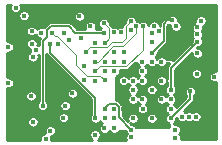
<source format=gbr>
G04 #@! TF.GenerationSoftware,KiCad,Pcbnew,(5.1.0)-1*
G04 #@! TF.CreationDate,2019-09-19T19:12:12-07:00*
G04 #@! TF.ProjectId,WireFreeV4_Release,57697265-4672-4656-9556-345f52656c65,rev?*
G04 #@! TF.SameCoordinates,Original*
G04 #@! TF.FileFunction,Copper,L3,Inr*
G04 #@! TF.FilePolarity,Positive*
%FSLAX46Y46*%
G04 Gerber Fmt 4.6, Leading zero omitted, Abs format (unit mm)*
G04 Created by KiCad (PCBNEW (5.1.0)-1) date 2019-09-19 19:12:12*
%MOMM*%
%LPD*%
G04 APERTURE LIST*
%ADD10C,0.450000*%
%ADD11C,0.152400*%
%ADD12C,0.101600*%
%ADD13C,0.127000*%
%ADD14C,0.254000*%
G04 APERTURE END LIST*
D10*
X119829580Y-96649540D03*
X122580400Y-98501200D03*
X125242320Y-99933760D03*
X128292860Y-100162360D03*
X124310140Y-94089220D03*
X120238520Y-92781120D03*
X117891560Y-92504260D03*
X121066560Y-100279200D03*
X121452640Y-99585780D03*
X118518940Y-89171780D03*
X128463040Y-98536760D03*
X132062220Y-99501960D03*
X131660900Y-97750840D03*
X129265680Y-96936560D03*
X129293620Y-97750840D03*
X130063240Y-96124820D03*
X126865380Y-94548341D03*
X126862840Y-92937120D03*
X129265380Y-95353952D03*
X128468120Y-95353952D03*
X125260100Y-95359895D03*
X123063000Y-91948000D03*
X133858000Y-94767400D03*
X130248660Y-90728800D03*
X132036820Y-100208080D03*
X126842520Y-91269820D03*
X122717560Y-97482660D03*
X126039880Y-99402900D03*
X119234540Y-89855720D03*
X128468097Y-96124820D03*
X130863340Y-96945240D03*
X128468120Y-96930420D03*
X127662940Y-93742739D03*
X130867360Y-95353952D03*
X130065780Y-91340940D03*
X130061750Y-93734670D03*
X122084750Y-92276010D03*
X122593100Y-91315540D03*
X135351520Y-95039180D03*
X117894100Y-94896940D03*
X123040140Y-98031300D03*
X123642118Y-96923860D03*
X135063920Y-90474800D03*
X131476805Y-90747319D03*
X134148610Y-95412560D03*
X131658360Y-98553060D03*
X133319520Y-96248220D03*
X133786880Y-98397060D03*
X130063240Y-98536760D03*
X127662940Y-95353952D03*
X130864009Y-98536938D03*
X130060700Y-96939100D03*
X127654260Y-97750840D03*
X128463040Y-94543251D03*
X119895620Y-91147900D03*
X119903240Y-92240100D03*
X123342203Y-96419967D03*
X119987060Y-93345000D03*
X124336722Y-95276717D03*
X119989600Y-98846640D03*
X123918980Y-89910920D03*
X132097780Y-90751660D03*
X127662940Y-92932049D03*
X124104400Y-91734638D03*
X124866398Y-90726260D03*
X129249618Y-94543880D03*
X126062740Y-92128959D03*
X125997750Y-90504767D03*
X127451406Y-91262011D03*
X130063240Y-92116690D03*
X128269350Y-91089712D03*
X125256080Y-92137450D03*
X124454920Y-92928440D03*
X128289260Y-90335100D03*
X128754707Y-90749120D03*
X125265180Y-93748672D03*
X129307240Y-90752580D03*
X125265180Y-94554283D03*
X131790440Y-90251280D03*
X130063240Y-92995970D03*
X130872440Y-93734670D03*
X133920450Y-91417140D03*
X130642360Y-91180920D03*
X133920450Y-90832212D03*
X129261863Y-93737220D03*
X134222000Y-90288996D03*
X131663440Y-96139000D03*
X133920450Y-92046681D03*
X126853977Y-93742730D03*
X125265180Y-98539300D03*
X121460260Y-92252800D03*
X125265180Y-92943061D03*
X120810020Y-97459800D03*
X125992680Y-91310368D03*
X126858235Y-98535215D03*
X126848650Y-97750850D03*
X133920450Y-93050297D03*
X126067820Y-94554283D03*
X126060200Y-97744280D03*
X132615940Y-98397060D03*
X128295400Y-99491800D03*
X126060200Y-98536760D03*
X126870460Y-99380040D03*
X133207760Y-98397060D03*
X131664574Y-96936139D03*
X117899180Y-95547180D03*
X126065280Y-93742309D03*
X120672429Y-91277440D03*
X126065280Y-95338900D03*
X121612660Y-91335860D03*
D11*
X131658360Y-98553060D02*
X133319520Y-96891900D01*
X133319520Y-96566418D02*
X133319520Y-96248220D01*
X133319520Y-96891900D02*
X133319520Y-96566418D01*
D12*
X126222749Y-90729766D02*
X125997750Y-90504767D01*
X126413260Y-90920277D02*
X126222749Y-90729766D01*
X126062740Y-92128959D02*
X126413260Y-91778439D01*
X126413260Y-91778439D02*
X126413260Y-90920277D01*
X124843540Y-92539820D02*
X124679919Y-92703441D01*
X127866140Y-90758220D02*
X127866140Y-91739720D01*
X124679919Y-92703441D02*
X124454920Y-92928440D01*
X128289260Y-90335100D02*
X127866140Y-90758220D01*
X127866140Y-91739720D02*
X127561339Y-92044521D01*
X127561339Y-92044521D02*
X126729081Y-92044521D01*
X126729081Y-92044521D02*
X126233782Y-92539820D01*
X126233782Y-92539820D02*
X124843540Y-92539820D01*
X128754707Y-91067318D02*
X128754707Y-90749120D01*
X128754707Y-91338833D02*
X128754707Y-91067318D01*
X127637540Y-92456000D02*
X128754707Y-91338833D01*
X126773940Y-92456000D02*
X127637540Y-92456000D01*
X125265180Y-93748672D02*
X125481268Y-93748672D01*
X125481268Y-93748672D02*
X126773940Y-92456000D01*
X125265180Y-94554283D02*
X125666743Y-94152720D01*
X125666743Y-94152720D02*
X127909320Y-94152720D01*
X129307240Y-92754800D02*
X129307240Y-90752580D01*
X127909320Y-94152720D02*
X129307240Y-92754800D01*
D13*
X131058920Y-90558620D02*
X131058920Y-92000290D01*
X131790440Y-90251280D02*
X131366260Y-90251280D01*
X131366260Y-90251280D02*
X131058920Y-90558620D01*
X131058920Y-92000290D02*
X130288239Y-92770971D01*
X130288239Y-92770971D02*
X130063240Y-92995970D01*
D11*
X133695451Y-92271680D02*
X133920450Y-92046681D01*
X131663440Y-96139000D02*
X131663440Y-94303691D01*
X131663440Y-94303691D02*
X133695451Y-92271680D01*
X121460260Y-92979555D02*
X121460260Y-92570998D01*
X121460260Y-92570998D02*
X121460260Y-92252800D01*
X125265180Y-96784475D02*
X121460260Y-92979555D01*
X125265180Y-98539300D02*
X125265180Y-96784475D01*
X121145300Y-91655900D02*
X120810020Y-91991180D01*
X125964832Y-91282520D02*
X123583700Y-91282520D01*
X125992680Y-91310368D02*
X125964832Y-91282520D01*
X123583700Y-91282520D02*
X123027440Y-90726260D01*
X120810020Y-91991180D02*
X120810020Y-97459800D01*
X123027440Y-90726260D02*
X121485660Y-90726260D01*
X121485660Y-90726260D02*
X121145300Y-91066620D01*
X121145300Y-91066620D02*
X121145300Y-91655900D01*
X127044239Y-97338939D02*
X126465541Y-97338939D01*
X127251460Y-98447860D02*
X127251460Y-97546160D01*
X128295400Y-99491800D02*
X127251460Y-98447860D01*
X126285199Y-97519281D02*
X126060200Y-97744280D01*
X127251460Y-97546160D02*
X127044239Y-97338939D01*
X126465541Y-97338939D02*
X126285199Y-97519281D01*
X126870460Y-99380040D02*
X126870460Y-99347020D01*
D12*
X125683465Y-94957085D02*
X126065280Y-95338900D01*
X121837659Y-91560859D02*
X122030699Y-91560859D01*
X121612660Y-91335860D02*
X121837659Y-91560859D01*
X122030699Y-91560859D02*
X123657360Y-93187520D01*
X123657360Y-93187520D02*
X123657360Y-94032586D01*
X123657360Y-94032586D02*
X124581859Y-94957085D01*
X124581859Y-94957085D02*
X125683465Y-94957085D01*
D14*
G36*
X118094455Y-88944888D02*
G01*
X118058347Y-89032061D01*
X118039940Y-89124603D01*
X118039940Y-89218957D01*
X118058347Y-89311499D01*
X118094455Y-89398672D01*
X118146876Y-89477125D01*
X118213595Y-89543844D01*
X118292048Y-89596265D01*
X118379221Y-89632373D01*
X118471763Y-89650780D01*
X118566117Y-89650780D01*
X118658659Y-89632373D01*
X118745832Y-89596265D01*
X118824285Y-89543844D01*
X118891004Y-89477125D01*
X118943425Y-89398672D01*
X118979533Y-89311499D01*
X118997940Y-89218957D01*
X118997940Y-89124603D01*
X118979533Y-89032061D01*
X118943425Y-88944888D01*
X118930403Y-88925400D01*
X135458200Y-88925400D01*
X135458200Y-94572015D01*
X135398697Y-94560180D01*
X135304343Y-94560180D01*
X135211801Y-94578587D01*
X135124628Y-94614695D01*
X135046175Y-94667116D01*
X134979456Y-94733835D01*
X134927035Y-94812288D01*
X134890927Y-94899461D01*
X134872520Y-94992003D01*
X134872520Y-95086357D01*
X134890927Y-95178899D01*
X134927035Y-95266072D01*
X134979456Y-95344525D01*
X135046175Y-95411244D01*
X135124628Y-95463665D01*
X135211801Y-95499773D01*
X135304343Y-95518180D01*
X135398697Y-95518180D01*
X135458200Y-95506345D01*
X135458200Y-100305139D01*
X132503397Y-100317713D01*
X132515820Y-100255257D01*
X132515820Y-100160903D01*
X132497413Y-100068361D01*
X132461305Y-99981188D01*
X132408884Y-99902735D01*
X132373869Y-99867720D01*
X132434284Y-99807305D01*
X132486705Y-99728852D01*
X132522813Y-99641679D01*
X132541220Y-99549137D01*
X132541220Y-99454783D01*
X132522813Y-99362241D01*
X132486705Y-99275068D01*
X132434284Y-99196615D01*
X132367565Y-99129896D01*
X132289112Y-99077475D01*
X132201939Y-99041367D01*
X132109397Y-99022960D01*
X132015043Y-99022960D01*
X131922501Y-99041367D01*
X131915056Y-99044451D01*
X131915095Y-98957605D01*
X131963705Y-98925124D01*
X132030424Y-98858405D01*
X132082845Y-98779952D01*
X132118953Y-98692779D01*
X132137360Y-98600237D01*
X132137360Y-98541032D01*
X132153068Y-98525324D01*
X132155347Y-98536779D01*
X132191455Y-98623952D01*
X132243876Y-98702405D01*
X132310595Y-98769124D01*
X132389048Y-98821545D01*
X132476221Y-98857653D01*
X132568763Y-98876060D01*
X132663117Y-98876060D01*
X132755659Y-98857653D01*
X132842832Y-98821545D01*
X132911850Y-98775428D01*
X132980868Y-98821545D01*
X133068041Y-98857653D01*
X133160583Y-98876060D01*
X133254937Y-98876060D01*
X133347479Y-98857653D01*
X133434652Y-98821545D01*
X133497320Y-98779671D01*
X133559988Y-98821545D01*
X133647161Y-98857653D01*
X133739703Y-98876060D01*
X133834057Y-98876060D01*
X133926599Y-98857653D01*
X134013772Y-98821545D01*
X134092225Y-98769124D01*
X134158944Y-98702405D01*
X134211365Y-98623952D01*
X134247473Y-98536779D01*
X134265880Y-98444237D01*
X134265880Y-98349883D01*
X134247473Y-98257341D01*
X134211365Y-98170168D01*
X134158944Y-98091715D01*
X134092225Y-98024996D01*
X134013772Y-97972575D01*
X133926599Y-97936467D01*
X133834057Y-97918060D01*
X133739703Y-97918060D01*
X133647161Y-97936467D01*
X133559988Y-97972575D01*
X133497320Y-98014449D01*
X133434652Y-97972575D01*
X133347479Y-97936467D01*
X133254937Y-97918060D01*
X133160583Y-97918060D01*
X133068041Y-97936467D01*
X132980868Y-97972575D01*
X132911850Y-98018692D01*
X132842832Y-97972575D01*
X132755659Y-97936467D01*
X132744204Y-97934189D01*
X133541539Y-97136854D01*
X133554136Y-97126516D01*
X133585962Y-97087736D01*
X133595399Y-97076238D01*
X133620419Y-97029427D01*
X133626060Y-97018873D01*
X133644942Y-96956630D01*
X133649720Y-96908115D01*
X133649720Y-96908114D01*
X133651317Y-96891901D01*
X133649720Y-96875688D01*
X133649720Y-96595429D01*
X133691584Y-96553565D01*
X133744005Y-96475112D01*
X133780113Y-96387939D01*
X133798520Y-96295397D01*
X133798520Y-96201043D01*
X133780113Y-96108501D01*
X133744005Y-96021328D01*
X133691584Y-95942875D01*
X133624865Y-95876156D01*
X133546412Y-95823735D01*
X133459239Y-95787627D01*
X133366697Y-95769220D01*
X133272343Y-95769220D01*
X133179801Y-95787627D01*
X133092628Y-95823735D01*
X133014175Y-95876156D01*
X132947456Y-95942875D01*
X132895035Y-96021328D01*
X132858927Y-96108501D01*
X132840520Y-96201043D01*
X132840520Y-96295397D01*
X132858927Y-96387939D01*
X132895035Y-96475112D01*
X132947456Y-96553565D01*
X132989320Y-96595429D01*
X132989320Y-96755127D01*
X132123456Y-97620991D01*
X132121493Y-97611121D01*
X132085385Y-97523948D01*
X132032964Y-97445495D01*
X131966245Y-97378776D01*
X131915820Y-97345083D01*
X131915821Y-97344351D01*
X131969919Y-97308203D01*
X132036638Y-97241484D01*
X132089059Y-97163031D01*
X132125167Y-97075858D01*
X132143574Y-96983316D01*
X132143574Y-96888962D01*
X132125167Y-96796420D01*
X132089059Y-96709247D01*
X132036638Y-96630794D01*
X131969919Y-96564075D01*
X131929684Y-96537191D01*
X131968785Y-96511064D01*
X132035504Y-96444345D01*
X132087925Y-96365892D01*
X132124033Y-96278719D01*
X132142440Y-96186177D01*
X132142440Y-96091823D01*
X132124033Y-95999281D01*
X132087925Y-95912108D01*
X132035504Y-95833655D01*
X131993640Y-95791791D01*
X131993640Y-94720223D01*
X133379000Y-94720223D01*
X133379000Y-94814577D01*
X133397407Y-94907119D01*
X133433515Y-94994292D01*
X133485936Y-95072745D01*
X133552655Y-95139464D01*
X133631108Y-95191885D01*
X133718281Y-95227993D01*
X133810823Y-95246400D01*
X133905177Y-95246400D01*
X133997719Y-95227993D01*
X134084892Y-95191885D01*
X134163345Y-95139464D01*
X134230064Y-95072745D01*
X134282485Y-94994292D01*
X134318593Y-94907119D01*
X134337000Y-94814577D01*
X134337000Y-94720223D01*
X134318593Y-94627681D01*
X134282485Y-94540508D01*
X134230064Y-94462055D01*
X134163345Y-94395336D01*
X134084892Y-94342915D01*
X133997719Y-94306807D01*
X133905177Y-94288400D01*
X133810823Y-94288400D01*
X133718281Y-94306807D01*
X133631108Y-94342915D01*
X133552655Y-94395336D01*
X133485936Y-94462055D01*
X133433515Y-94540508D01*
X133397407Y-94627681D01*
X133379000Y-94720223D01*
X131993640Y-94720223D01*
X131993640Y-94440463D01*
X133444049Y-92990055D01*
X133441450Y-93003120D01*
X133441450Y-93097474D01*
X133459857Y-93190016D01*
X133495965Y-93277189D01*
X133548386Y-93355642D01*
X133615105Y-93422361D01*
X133693558Y-93474782D01*
X133780731Y-93510890D01*
X133873273Y-93529297D01*
X133967627Y-93529297D01*
X134060169Y-93510890D01*
X134147342Y-93474782D01*
X134225795Y-93422361D01*
X134292514Y-93355642D01*
X134344935Y-93277189D01*
X134381043Y-93190016D01*
X134399450Y-93097474D01*
X134399450Y-93003120D01*
X134381043Y-92910578D01*
X134344935Y-92823405D01*
X134292514Y-92744952D01*
X134225795Y-92678233D01*
X134147342Y-92625812D01*
X134060169Y-92589704D01*
X133967627Y-92571297D01*
X133873273Y-92571297D01*
X133860208Y-92573896D01*
X133908423Y-92525681D01*
X133967627Y-92525681D01*
X134060169Y-92507274D01*
X134147342Y-92471166D01*
X134225795Y-92418745D01*
X134292514Y-92352026D01*
X134344935Y-92273573D01*
X134381043Y-92186400D01*
X134399450Y-92093858D01*
X134399450Y-91999504D01*
X134381043Y-91906962D01*
X134344935Y-91819789D01*
X134292514Y-91741336D01*
X134283089Y-91731911D01*
X134292514Y-91722485D01*
X134344935Y-91644032D01*
X134381043Y-91556859D01*
X134399450Y-91464317D01*
X134399450Y-91369963D01*
X134381043Y-91277421D01*
X134344935Y-91190248D01*
X134301121Y-91124676D01*
X134344935Y-91059104D01*
X134381043Y-90971931D01*
X134399450Y-90879389D01*
X134399450Y-90785035D01*
X134390064Y-90737848D01*
X134448892Y-90713481D01*
X134527345Y-90661060D01*
X134594064Y-90594341D01*
X134646485Y-90515888D01*
X134682593Y-90428715D01*
X134701000Y-90336173D01*
X134701000Y-90241819D01*
X134682593Y-90149277D01*
X134646485Y-90062104D01*
X134594064Y-89983651D01*
X134527345Y-89916932D01*
X134448892Y-89864511D01*
X134361719Y-89828403D01*
X134269177Y-89809996D01*
X134174823Y-89809996D01*
X134082281Y-89828403D01*
X133995108Y-89864511D01*
X133916655Y-89916932D01*
X133849936Y-89983651D01*
X133797515Y-90062104D01*
X133761407Y-90149277D01*
X133743000Y-90241819D01*
X133743000Y-90336173D01*
X133752386Y-90383360D01*
X133693558Y-90407727D01*
X133615105Y-90460148D01*
X133548386Y-90526867D01*
X133495965Y-90605320D01*
X133459857Y-90692493D01*
X133441450Y-90785035D01*
X133441450Y-90879389D01*
X133459857Y-90971931D01*
X133495965Y-91059104D01*
X133539779Y-91124676D01*
X133495965Y-91190248D01*
X133459857Y-91277421D01*
X133441450Y-91369963D01*
X133441450Y-91464317D01*
X133459857Y-91556859D01*
X133495965Y-91644032D01*
X133548386Y-91722485D01*
X133557812Y-91731911D01*
X133548386Y-91741336D01*
X133495965Y-91819789D01*
X133459857Y-91906962D01*
X133441450Y-91999504D01*
X133441450Y-92058708D01*
X131881715Y-93618443D01*
X131874708Y-93605317D01*
X131843140Y-93566810D01*
X131804666Y-93535201D01*
X131760766Y-93511706D01*
X131713125Y-93497227D01*
X131663574Y-93492320D01*
X131286463Y-93492121D01*
X131244504Y-93429325D01*
X131177785Y-93362606D01*
X131099332Y-93310185D01*
X131012159Y-93274077D01*
X130919617Y-93255670D01*
X130825263Y-93255670D01*
X130732721Y-93274077D01*
X130645548Y-93310185D01*
X130567095Y-93362606D01*
X130500376Y-93429325D01*
X130467095Y-93479133D01*
X130433814Y-93429325D01*
X130370554Y-93366065D01*
X130435304Y-93301315D01*
X130487725Y-93222862D01*
X130523833Y-93135689D01*
X130542240Y-93043147D01*
X130542240Y-92965982D01*
X131272396Y-92235827D01*
X131284513Y-92225883D01*
X131324189Y-92177537D01*
X131353671Y-92122380D01*
X131371826Y-92062531D01*
X131377957Y-92000290D01*
X131376420Y-91984687D01*
X131376420Y-90690132D01*
X131464152Y-90602401D01*
X131485095Y-90623344D01*
X131563548Y-90675765D01*
X131619853Y-90699087D01*
X131618780Y-90704483D01*
X131618780Y-90798837D01*
X131637187Y-90891379D01*
X131673295Y-90978552D01*
X131725716Y-91057005D01*
X131792435Y-91123724D01*
X131870888Y-91176145D01*
X131958061Y-91212253D01*
X132050603Y-91230660D01*
X132144957Y-91230660D01*
X132237499Y-91212253D01*
X132324672Y-91176145D01*
X132403125Y-91123724D01*
X132469844Y-91057005D01*
X132522265Y-90978552D01*
X132558373Y-90891379D01*
X132576780Y-90798837D01*
X132576780Y-90704483D01*
X132558373Y-90611941D01*
X132522265Y-90524768D01*
X132469844Y-90446315D01*
X132403125Y-90379596D01*
X132324672Y-90327175D01*
X132268367Y-90303853D01*
X132269440Y-90298457D01*
X132269440Y-90204103D01*
X132251033Y-90111561D01*
X132214925Y-90024388D01*
X132162504Y-89945935D01*
X132095785Y-89879216D01*
X132017332Y-89826795D01*
X131930159Y-89790687D01*
X131837617Y-89772280D01*
X131743263Y-89772280D01*
X131650721Y-89790687D01*
X131563548Y-89826795D01*
X131485095Y-89879216D01*
X131430531Y-89933780D01*
X131381852Y-89933780D01*
X131366259Y-89932244D01*
X131350666Y-89933780D01*
X131350664Y-89933780D01*
X131304019Y-89938374D01*
X131244170Y-89956529D01*
X131189013Y-89986011D01*
X131140667Y-90025687D01*
X131130723Y-90037805D01*
X130845449Y-90323079D01*
X130833327Y-90333027D01*
X130793651Y-90381374D01*
X130773155Y-90419720D01*
X130764169Y-90436531D01*
X130746014Y-90496380D01*
X130739884Y-90558620D01*
X130741420Y-90574216D01*
X130741420Y-90712240D01*
X130727660Y-90709503D01*
X130727660Y-90681623D01*
X130709253Y-90589081D01*
X130673145Y-90501908D01*
X130620724Y-90423455D01*
X130554005Y-90356736D01*
X130475552Y-90304315D01*
X130388379Y-90268207D01*
X130295837Y-90249800D01*
X130201483Y-90249800D01*
X130108941Y-90268207D01*
X130021768Y-90304315D01*
X129943315Y-90356736D01*
X129876596Y-90423455D01*
X129824175Y-90501908D01*
X129788067Y-90589081D01*
X129775585Y-90651835D01*
X129767833Y-90612861D01*
X129731725Y-90525688D01*
X129679304Y-90447235D01*
X129612585Y-90380516D01*
X129534132Y-90328095D01*
X129446959Y-90291987D01*
X129354417Y-90273580D01*
X129260063Y-90273580D01*
X129167521Y-90291987D01*
X129080348Y-90328095D01*
X129033563Y-90359356D01*
X128981599Y-90324635D01*
X128894426Y-90288527D01*
X128801884Y-90270120D01*
X128764719Y-90270120D01*
X128749853Y-90195381D01*
X128713745Y-90108208D01*
X128661324Y-90029755D01*
X128594605Y-89963036D01*
X128516152Y-89910615D01*
X128428979Y-89874507D01*
X128336437Y-89856100D01*
X128242083Y-89856100D01*
X128149541Y-89874507D01*
X128062368Y-89910615D01*
X127983915Y-89963036D01*
X127917196Y-90029755D01*
X127864775Y-90108208D01*
X127828667Y-90195381D01*
X127810260Y-90287923D01*
X127810260Y-90382277D01*
X127810388Y-90382921D01*
X127661201Y-90532108D01*
X127649572Y-90541652D01*
X127611482Y-90588064D01*
X127586195Y-90635374D01*
X127583180Y-90641015D01*
X127570862Y-90681623D01*
X127565751Y-90698470D01*
X127561340Y-90743255D01*
X127561340Y-90743262D01*
X127559867Y-90758220D01*
X127561340Y-90773178D01*
X127561340Y-90795494D01*
X127498583Y-90783011D01*
X127404229Y-90783011D01*
X127311687Y-90801418D01*
X127224514Y-90837526D01*
X127146061Y-90889947D01*
X127142102Y-90893906D01*
X127069412Y-90845335D01*
X126982239Y-90809227D01*
X126889697Y-90790820D01*
X126795343Y-90790820D01*
X126702801Y-90809227D01*
X126698614Y-90810961D01*
X126696220Y-90803071D01*
X126667918Y-90750120D01*
X126629828Y-90703709D01*
X126618199Y-90694165D01*
X126476622Y-90552588D01*
X126476750Y-90551944D01*
X126476750Y-90457590D01*
X126458343Y-90365048D01*
X126422235Y-90277875D01*
X126369814Y-90199422D01*
X126303095Y-90132703D01*
X126224642Y-90080282D01*
X126137469Y-90044174D01*
X126044927Y-90025767D01*
X125950573Y-90025767D01*
X125858031Y-90044174D01*
X125770858Y-90080282D01*
X125692405Y-90132703D01*
X125625686Y-90199422D01*
X125573265Y-90277875D01*
X125537157Y-90365048D01*
X125518750Y-90457590D01*
X125518750Y-90551944D01*
X125537157Y-90644486D01*
X125573265Y-90731659D01*
X125625686Y-90810112D01*
X125692405Y-90876831D01*
X125735870Y-90905874D01*
X125687335Y-90938304D01*
X125673319Y-90952320D01*
X125291228Y-90952320D01*
X125326991Y-90865979D01*
X125345398Y-90773437D01*
X125345398Y-90679083D01*
X125326991Y-90586541D01*
X125290883Y-90499368D01*
X125238462Y-90420915D01*
X125171743Y-90354196D01*
X125093290Y-90301775D01*
X125006117Y-90265667D01*
X124913575Y-90247260D01*
X124819221Y-90247260D01*
X124726679Y-90265667D01*
X124639506Y-90301775D01*
X124561053Y-90354196D01*
X124494334Y-90420915D01*
X124441913Y-90499368D01*
X124405805Y-90586541D01*
X124387398Y-90679083D01*
X124387398Y-90773437D01*
X124405805Y-90865979D01*
X124441568Y-90952320D01*
X123720474Y-90952320D01*
X123272399Y-90504247D01*
X123262056Y-90491644D01*
X123211777Y-90450381D01*
X123154413Y-90419720D01*
X123092170Y-90400838D01*
X123043655Y-90396060D01*
X123043653Y-90396060D01*
X123027440Y-90394463D01*
X123011227Y-90396060D01*
X121501875Y-90396060D01*
X121485660Y-90394463D01*
X121469445Y-90396060D01*
X121420930Y-90400838D01*
X121358687Y-90419720D01*
X121301323Y-90450381D01*
X121251044Y-90491644D01*
X121240705Y-90504242D01*
X120923287Y-90821661D01*
X120910684Y-90832004D01*
X120894969Y-90851153D01*
X120812148Y-90816847D01*
X120719606Y-90798440D01*
X120625252Y-90798440D01*
X120532710Y-90816847D01*
X120445537Y-90852955D01*
X120367084Y-90905376D01*
X120329286Y-90943174D01*
X120320105Y-90921008D01*
X120267684Y-90842555D01*
X120200965Y-90775836D01*
X120122512Y-90723415D01*
X120035339Y-90687307D01*
X119942797Y-90668900D01*
X119848443Y-90668900D01*
X119755901Y-90687307D01*
X119668728Y-90723415D01*
X119590275Y-90775836D01*
X119523556Y-90842555D01*
X119471135Y-90921008D01*
X119435027Y-91008181D01*
X119416620Y-91100723D01*
X119416620Y-91195077D01*
X119435027Y-91287619D01*
X119471135Y-91374792D01*
X119523556Y-91453245D01*
X119590275Y-91519964D01*
X119668728Y-91572385D01*
X119755901Y-91608493D01*
X119848443Y-91626900D01*
X119942797Y-91626900D01*
X120035339Y-91608493D01*
X120122512Y-91572385D01*
X120200965Y-91519964D01*
X120238763Y-91482166D01*
X120247944Y-91504332D01*
X120300365Y-91582785D01*
X120367084Y-91649504D01*
X120445537Y-91701925D01*
X120532710Y-91738033D01*
X120585250Y-91748483D01*
X120575404Y-91756564D01*
X120548618Y-91789204D01*
X120534141Y-91806843D01*
X120525177Y-91823614D01*
X120503480Y-91864208D01*
X120484598Y-91926451D01*
X120481054Y-91962440D01*
X120478223Y-91991180D01*
X120479820Y-92007393D01*
X120479820Y-92366262D01*
X120465412Y-92356635D01*
X120378239Y-92320527D01*
X120375726Y-92320027D01*
X120382240Y-92287277D01*
X120382240Y-92192923D01*
X120363833Y-92100381D01*
X120327725Y-92013208D01*
X120275304Y-91934755D01*
X120208585Y-91868036D01*
X120130132Y-91815615D01*
X120042959Y-91779507D01*
X119950417Y-91761100D01*
X119856063Y-91761100D01*
X119763521Y-91779507D01*
X119676348Y-91815615D01*
X119597895Y-91868036D01*
X119531176Y-91934755D01*
X119478755Y-92013208D01*
X119442647Y-92100381D01*
X119424240Y-92192923D01*
X119424240Y-92287277D01*
X119442647Y-92379819D01*
X119478755Y-92466992D01*
X119531176Y-92545445D01*
X119597895Y-92612164D01*
X119676348Y-92664585D01*
X119763521Y-92700693D01*
X119766034Y-92701193D01*
X119759520Y-92733943D01*
X119759520Y-92828297D01*
X119776516Y-92913744D01*
X119760168Y-92920515D01*
X119681715Y-92972936D01*
X119614996Y-93039655D01*
X119562575Y-93118108D01*
X119526467Y-93205281D01*
X119508060Y-93297823D01*
X119508060Y-93392177D01*
X119526467Y-93484719D01*
X119562575Y-93571892D01*
X119614996Y-93650345D01*
X119681715Y-93717064D01*
X119760168Y-93769485D01*
X119847341Y-93805593D01*
X119939883Y-93824000D01*
X120034237Y-93824000D01*
X120126779Y-93805593D01*
X120213952Y-93769485D01*
X120292405Y-93717064D01*
X120359124Y-93650345D01*
X120411545Y-93571892D01*
X120447653Y-93484719D01*
X120466060Y-93392177D01*
X120466060Y-93297823D01*
X120449064Y-93212376D01*
X120465412Y-93205605D01*
X120479820Y-93195978D01*
X120479821Y-97112590D01*
X120437956Y-97154455D01*
X120385535Y-97232908D01*
X120349427Y-97320081D01*
X120331020Y-97412623D01*
X120331020Y-97506977D01*
X120349427Y-97599519D01*
X120385535Y-97686692D01*
X120437956Y-97765145D01*
X120504675Y-97831864D01*
X120583128Y-97884285D01*
X120670301Y-97920393D01*
X120762843Y-97938800D01*
X120857197Y-97938800D01*
X120949739Y-97920393D01*
X121036912Y-97884285D01*
X121115365Y-97831864D01*
X121182084Y-97765145D01*
X121234505Y-97686692D01*
X121270613Y-97599519D01*
X121289020Y-97506977D01*
X121289020Y-97435483D01*
X122238560Y-97435483D01*
X122238560Y-97529837D01*
X122256967Y-97622379D01*
X122293075Y-97709552D01*
X122345496Y-97788005D01*
X122412215Y-97854724D01*
X122490668Y-97907145D01*
X122577841Y-97943253D01*
X122670383Y-97961660D01*
X122764737Y-97961660D01*
X122857279Y-97943253D01*
X122944452Y-97907145D01*
X123022905Y-97854724D01*
X123089624Y-97788005D01*
X123142045Y-97709552D01*
X123178153Y-97622379D01*
X123196560Y-97529837D01*
X123196560Y-97435483D01*
X123178153Y-97342941D01*
X123142045Y-97255768D01*
X123089624Y-97177315D01*
X123022905Y-97110596D01*
X122944452Y-97058175D01*
X122857279Y-97022067D01*
X122764737Y-97003660D01*
X122670383Y-97003660D01*
X122577841Y-97022067D01*
X122490668Y-97058175D01*
X122412215Y-97110596D01*
X122345496Y-97177315D01*
X122293075Y-97255768D01*
X122256967Y-97342941D01*
X122238560Y-97435483D01*
X121289020Y-97435483D01*
X121289020Y-97412623D01*
X121270613Y-97320081D01*
X121234505Y-97232908D01*
X121182084Y-97154455D01*
X121140220Y-97112591D01*
X121140220Y-96372790D01*
X122863203Y-96372790D01*
X122863203Y-96467144D01*
X122881610Y-96559686D01*
X122917718Y-96646859D01*
X122970139Y-96725312D01*
X123036858Y-96792031D01*
X123115311Y-96844452D01*
X123202484Y-96880560D01*
X123295026Y-96898967D01*
X123389380Y-96898967D01*
X123481922Y-96880560D01*
X123569095Y-96844452D01*
X123647548Y-96792031D01*
X123714267Y-96725312D01*
X123766688Y-96646859D01*
X123802796Y-96559686D01*
X123821203Y-96467144D01*
X123821203Y-96372790D01*
X123802796Y-96280248D01*
X123766688Y-96193075D01*
X123714267Y-96114622D01*
X123647548Y-96047903D01*
X123569095Y-95995482D01*
X123481922Y-95959374D01*
X123389380Y-95940967D01*
X123295026Y-95940967D01*
X123202484Y-95959374D01*
X123115311Y-95995482D01*
X123036858Y-96047903D01*
X122970139Y-96114622D01*
X122917718Y-96193075D01*
X122881610Y-96280248D01*
X122863203Y-96372790D01*
X121140220Y-96372790D01*
X121140220Y-93062025D01*
X121153720Y-93106527D01*
X121153721Y-93106528D01*
X121184381Y-93163892D01*
X121197684Y-93180101D01*
X121225644Y-93214171D01*
X121238247Y-93224514D01*
X124934981Y-96921250D01*
X124934980Y-98192091D01*
X124893116Y-98233955D01*
X124840695Y-98312408D01*
X124804587Y-98399581D01*
X124786180Y-98492123D01*
X124786180Y-98586477D01*
X124804587Y-98679019D01*
X124840695Y-98766192D01*
X124893116Y-98844645D01*
X124959835Y-98911364D01*
X125038288Y-98963785D01*
X125125461Y-98999893D01*
X125218003Y-99018300D01*
X125312357Y-99018300D01*
X125404899Y-98999893D01*
X125492072Y-98963785D01*
X125570525Y-98911364D01*
X125637244Y-98844645D01*
X125663539Y-98805293D01*
X125688136Y-98842105D01*
X125754855Y-98908824D01*
X125833308Y-98961245D01*
X125843874Y-98965622D01*
X125812988Y-98978415D01*
X125734535Y-99030836D01*
X125667816Y-99097555D01*
X125615395Y-99176008D01*
X125579287Y-99263181D01*
X125560880Y-99355723D01*
X125560880Y-99450077D01*
X125579287Y-99542619D01*
X125615395Y-99629792D01*
X125667816Y-99708245D01*
X125734535Y-99774964D01*
X125812988Y-99827385D01*
X125900161Y-99863493D01*
X125992703Y-99881900D01*
X126087057Y-99881900D01*
X126179599Y-99863493D01*
X126266772Y-99827385D01*
X126345225Y-99774964D01*
X126411944Y-99708245D01*
X126462807Y-99632123D01*
X126498396Y-99685385D01*
X126565115Y-99752104D01*
X126643568Y-99804525D01*
X126730741Y-99840633D01*
X126823283Y-99859040D01*
X126917637Y-99859040D01*
X127010179Y-99840633D01*
X127097352Y-99804525D01*
X127175805Y-99752104D01*
X127242524Y-99685385D01*
X127276247Y-99634916D01*
X127836705Y-99636102D01*
X127870915Y-99718692D01*
X127923336Y-99797145D01*
X127952001Y-99825810D01*
X127920796Y-99857015D01*
X127868375Y-99935468D01*
X127832267Y-100022641D01*
X127813860Y-100115183D01*
X127813860Y-100209537D01*
X127832267Y-100302079D01*
X127846950Y-100337527D01*
X125485177Y-100347577D01*
X125547665Y-100305824D01*
X125614384Y-100239105D01*
X125666805Y-100160652D01*
X125702913Y-100073479D01*
X125721320Y-99980937D01*
X125721320Y-99886583D01*
X125702913Y-99794041D01*
X125666805Y-99706868D01*
X125614384Y-99628415D01*
X125547665Y-99561696D01*
X125469212Y-99509275D01*
X125382039Y-99473167D01*
X125289497Y-99454760D01*
X125195143Y-99454760D01*
X125102601Y-99473167D01*
X125015428Y-99509275D01*
X124936975Y-99561696D01*
X124870256Y-99628415D01*
X124817835Y-99706868D01*
X124781727Y-99794041D01*
X124763320Y-99886583D01*
X124763320Y-99980937D01*
X124781727Y-100073479D01*
X124817835Y-100160652D01*
X124870256Y-100239105D01*
X124936975Y-100305824D01*
X125002536Y-100349631D01*
X121538002Y-100364374D01*
X121545560Y-100326377D01*
X121545560Y-100232023D01*
X121527153Y-100139481D01*
X121496211Y-100064780D01*
X121499817Y-100064780D01*
X121592359Y-100046373D01*
X121679532Y-100010265D01*
X121757985Y-99957844D01*
X121824704Y-99891125D01*
X121877125Y-99812672D01*
X121913233Y-99725499D01*
X121931640Y-99632957D01*
X121931640Y-99538603D01*
X121913233Y-99446061D01*
X121877125Y-99358888D01*
X121824704Y-99280435D01*
X121757985Y-99213716D01*
X121679532Y-99161295D01*
X121592359Y-99125187D01*
X121499817Y-99106780D01*
X121405463Y-99106780D01*
X121312921Y-99125187D01*
X121225748Y-99161295D01*
X121147295Y-99213716D01*
X121080576Y-99280435D01*
X121028155Y-99358888D01*
X120992047Y-99446061D01*
X120973640Y-99538603D01*
X120973640Y-99632957D01*
X120992047Y-99725499D01*
X121022989Y-99800200D01*
X121019383Y-99800200D01*
X120926841Y-99818607D01*
X120839668Y-99854715D01*
X120761215Y-99907136D01*
X120694496Y-99973855D01*
X120642075Y-100052308D01*
X120605967Y-100139481D01*
X120587560Y-100232023D01*
X120587560Y-100326377D01*
X120595915Y-100368382D01*
X117804924Y-100380259D01*
X117801496Y-98799463D01*
X119510600Y-98799463D01*
X119510600Y-98893817D01*
X119529007Y-98986359D01*
X119565115Y-99073532D01*
X119617536Y-99151985D01*
X119684255Y-99218704D01*
X119762708Y-99271125D01*
X119849881Y-99307233D01*
X119942423Y-99325640D01*
X120036777Y-99325640D01*
X120129319Y-99307233D01*
X120216492Y-99271125D01*
X120294945Y-99218704D01*
X120361664Y-99151985D01*
X120414085Y-99073532D01*
X120450193Y-98986359D01*
X120468600Y-98893817D01*
X120468600Y-98799463D01*
X120450193Y-98706921D01*
X120414085Y-98619748D01*
X120361664Y-98541295D01*
X120294945Y-98474576D01*
X120264186Y-98454023D01*
X122101400Y-98454023D01*
X122101400Y-98548377D01*
X122119807Y-98640919D01*
X122155915Y-98728092D01*
X122208336Y-98806545D01*
X122275055Y-98873264D01*
X122353508Y-98925685D01*
X122440681Y-98961793D01*
X122533223Y-98980200D01*
X122627577Y-98980200D01*
X122720119Y-98961793D01*
X122807292Y-98925685D01*
X122885745Y-98873264D01*
X122952464Y-98806545D01*
X123004885Y-98728092D01*
X123040993Y-98640919D01*
X123059400Y-98548377D01*
X123059400Y-98454023D01*
X123040993Y-98361481D01*
X123004885Y-98274308D01*
X122952464Y-98195855D01*
X122885745Y-98129136D01*
X122807292Y-98076715D01*
X122720119Y-98040607D01*
X122627577Y-98022200D01*
X122533223Y-98022200D01*
X122440681Y-98040607D01*
X122353508Y-98076715D01*
X122275055Y-98129136D01*
X122208336Y-98195855D01*
X122155915Y-98274308D01*
X122119807Y-98361481D01*
X122101400Y-98454023D01*
X120264186Y-98454023D01*
X120216492Y-98422155D01*
X120129319Y-98386047D01*
X120036777Y-98367640D01*
X119942423Y-98367640D01*
X119849881Y-98386047D01*
X119762708Y-98422155D01*
X119684255Y-98474576D01*
X119617536Y-98541295D01*
X119565115Y-98619748D01*
X119529007Y-98706921D01*
X119510600Y-98799463D01*
X117801496Y-98799463D01*
X117796730Y-96602363D01*
X119350580Y-96602363D01*
X119350580Y-96696717D01*
X119368987Y-96789259D01*
X119405095Y-96876432D01*
X119457516Y-96954885D01*
X119524235Y-97021604D01*
X119602688Y-97074025D01*
X119689861Y-97110133D01*
X119782403Y-97128540D01*
X119876757Y-97128540D01*
X119969299Y-97110133D01*
X120056472Y-97074025D01*
X120134925Y-97021604D01*
X120201644Y-96954885D01*
X120254065Y-96876432D01*
X120290173Y-96789259D01*
X120308580Y-96696717D01*
X120308580Y-96602363D01*
X120290173Y-96509821D01*
X120254065Y-96422648D01*
X120201644Y-96344195D01*
X120134925Y-96277476D01*
X120056472Y-96225055D01*
X119969299Y-96188947D01*
X119876757Y-96170540D01*
X119782403Y-96170540D01*
X119689861Y-96188947D01*
X119602688Y-96225055D01*
X119524235Y-96277476D01*
X119457516Y-96344195D01*
X119405095Y-96422648D01*
X119368987Y-96509821D01*
X119350580Y-96602363D01*
X117796730Y-96602363D01*
X117795455Y-96014932D01*
X117852003Y-96026180D01*
X117946357Y-96026180D01*
X118038899Y-96007773D01*
X118126072Y-95971665D01*
X118204525Y-95919244D01*
X118271244Y-95852525D01*
X118323665Y-95774072D01*
X118359773Y-95686899D01*
X118378180Y-95594357D01*
X118378180Y-95500003D01*
X118359773Y-95407461D01*
X118323665Y-95320288D01*
X118271244Y-95241835D01*
X118204525Y-95175116D01*
X118126072Y-95122695D01*
X118038899Y-95086587D01*
X117946357Y-95068180D01*
X117852003Y-95068180D01*
X117793426Y-95079831D01*
X117788854Y-92972215D01*
X117844383Y-92983260D01*
X117938737Y-92983260D01*
X118031279Y-92964853D01*
X118118452Y-92928745D01*
X118196905Y-92876324D01*
X118263624Y-92809605D01*
X118316045Y-92731152D01*
X118352153Y-92643979D01*
X118370560Y-92551437D01*
X118370560Y-92457083D01*
X118352153Y-92364541D01*
X118316045Y-92277368D01*
X118263624Y-92198915D01*
X118196905Y-92132196D01*
X118118452Y-92079775D01*
X118031279Y-92043667D01*
X117938737Y-92025260D01*
X117844383Y-92025260D01*
X117786825Y-92036709D01*
X117781992Y-89808543D01*
X118755540Y-89808543D01*
X118755540Y-89902897D01*
X118773947Y-89995439D01*
X118810055Y-90082612D01*
X118862476Y-90161065D01*
X118929195Y-90227784D01*
X119007648Y-90280205D01*
X119094821Y-90316313D01*
X119187363Y-90334720D01*
X119281717Y-90334720D01*
X119374259Y-90316313D01*
X119461432Y-90280205D01*
X119539885Y-90227784D01*
X119606604Y-90161065D01*
X119659025Y-90082612D01*
X119695133Y-89995439D01*
X119713540Y-89902897D01*
X119713540Y-89863743D01*
X123439980Y-89863743D01*
X123439980Y-89958097D01*
X123458387Y-90050639D01*
X123494495Y-90137812D01*
X123546916Y-90216265D01*
X123613635Y-90282984D01*
X123692088Y-90335405D01*
X123779261Y-90371513D01*
X123871803Y-90389920D01*
X123966157Y-90389920D01*
X124058699Y-90371513D01*
X124145872Y-90335405D01*
X124224325Y-90282984D01*
X124291044Y-90216265D01*
X124343465Y-90137812D01*
X124379573Y-90050639D01*
X124397980Y-89958097D01*
X124397980Y-89863743D01*
X124379573Y-89771201D01*
X124343465Y-89684028D01*
X124291044Y-89605575D01*
X124224325Y-89538856D01*
X124145872Y-89486435D01*
X124058699Y-89450327D01*
X123966157Y-89431920D01*
X123871803Y-89431920D01*
X123779261Y-89450327D01*
X123692088Y-89486435D01*
X123613635Y-89538856D01*
X123546916Y-89605575D01*
X123494495Y-89684028D01*
X123458387Y-89771201D01*
X123439980Y-89863743D01*
X119713540Y-89863743D01*
X119713540Y-89808543D01*
X119695133Y-89716001D01*
X119659025Y-89628828D01*
X119606604Y-89550375D01*
X119539885Y-89483656D01*
X119461432Y-89431235D01*
X119374259Y-89395127D01*
X119281717Y-89376720D01*
X119187363Y-89376720D01*
X119094821Y-89395127D01*
X119007648Y-89431235D01*
X118929195Y-89483656D01*
X118862476Y-89550375D01*
X118810055Y-89628828D01*
X118773947Y-89716001D01*
X118755540Y-89808543D01*
X117781992Y-89808543D01*
X117780076Y-88925400D01*
X118107477Y-88925400D01*
X118094455Y-88944888D01*
X118094455Y-88944888D01*
G37*
X118094455Y-88944888D02*
X118058347Y-89032061D01*
X118039940Y-89124603D01*
X118039940Y-89218957D01*
X118058347Y-89311499D01*
X118094455Y-89398672D01*
X118146876Y-89477125D01*
X118213595Y-89543844D01*
X118292048Y-89596265D01*
X118379221Y-89632373D01*
X118471763Y-89650780D01*
X118566117Y-89650780D01*
X118658659Y-89632373D01*
X118745832Y-89596265D01*
X118824285Y-89543844D01*
X118891004Y-89477125D01*
X118943425Y-89398672D01*
X118979533Y-89311499D01*
X118997940Y-89218957D01*
X118997940Y-89124603D01*
X118979533Y-89032061D01*
X118943425Y-88944888D01*
X118930403Y-88925400D01*
X135458200Y-88925400D01*
X135458200Y-94572015D01*
X135398697Y-94560180D01*
X135304343Y-94560180D01*
X135211801Y-94578587D01*
X135124628Y-94614695D01*
X135046175Y-94667116D01*
X134979456Y-94733835D01*
X134927035Y-94812288D01*
X134890927Y-94899461D01*
X134872520Y-94992003D01*
X134872520Y-95086357D01*
X134890927Y-95178899D01*
X134927035Y-95266072D01*
X134979456Y-95344525D01*
X135046175Y-95411244D01*
X135124628Y-95463665D01*
X135211801Y-95499773D01*
X135304343Y-95518180D01*
X135398697Y-95518180D01*
X135458200Y-95506345D01*
X135458200Y-100305139D01*
X132503397Y-100317713D01*
X132515820Y-100255257D01*
X132515820Y-100160903D01*
X132497413Y-100068361D01*
X132461305Y-99981188D01*
X132408884Y-99902735D01*
X132373869Y-99867720D01*
X132434284Y-99807305D01*
X132486705Y-99728852D01*
X132522813Y-99641679D01*
X132541220Y-99549137D01*
X132541220Y-99454783D01*
X132522813Y-99362241D01*
X132486705Y-99275068D01*
X132434284Y-99196615D01*
X132367565Y-99129896D01*
X132289112Y-99077475D01*
X132201939Y-99041367D01*
X132109397Y-99022960D01*
X132015043Y-99022960D01*
X131922501Y-99041367D01*
X131915056Y-99044451D01*
X131915095Y-98957605D01*
X131963705Y-98925124D01*
X132030424Y-98858405D01*
X132082845Y-98779952D01*
X132118953Y-98692779D01*
X132137360Y-98600237D01*
X132137360Y-98541032D01*
X132153068Y-98525324D01*
X132155347Y-98536779D01*
X132191455Y-98623952D01*
X132243876Y-98702405D01*
X132310595Y-98769124D01*
X132389048Y-98821545D01*
X132476221Y-98857653D01*
X132568763Y-98876060D01*
X132663117Y-98876060D01*
X132755659Y-98857653D01*
X132842832Y-98821545D01*
X132911850Y-98775428D01*
X132980868Y-98821545D01*
X133068041Y-98857653D01*
X133160583Y-98876060D01*
X133254937Y-98876060D01*
X133347479Y-98857653D01*
X133434652Y-98821545D01*
X133497320Y-98779671D01*
X133559988Y-98821545D01*
X133647161Y-98857653D01*
X133739703Y-98876060D01*
X133834057Y-98876060D01*
X133926599Y-98857653D01*
X134013772Y-98821545D01*
X134092225Y-98769124D01*
X134158944Y-98702405D01*
X134211365Y-98623952D01*
X134247473Y-98536779D01*
X134265880Y-98444237D01*
X134265880Y-98349883D01*
X134247473Y-98257341D01*
X134211365Y-98170168D01*
X134158944Y-98091715D01*
X134092225Y-98024996D01*
X134013772Y-97972575D01*
X133926599Y-97936467D01*
X133834057Y-97918060D01*
X133739703Y-97918060D01*
X133647161Y-97936467D01*
X133559988Y-97972575D01*
X133497320Y-98014449D01*
X133434652Y-97972575D01*
X133347479Y-97936467D01*
X133254937Y-97918060D01*
X133160583Y-97918060D01*
X133068041Y-97936467D01*
X132980868Y-97972575D01*
X132911850Y-98018692D01*
X132842832Y-97972575D01*
X132755659Y-97936467D01*
X132744204Y-97934189D01*
X133541539Y-97136854D01*
X133554136Y-97126516D01*
X133585962Y-97087736D01*
X133595399Y-97076238D01*
X133620419Y-97029427D01*
X133626060Y-97018873D01*
X133644942Y-96956630D01*
X133649720Y-96908115D01*
X133649720Y-96908114D01*
X133651317Y-96891901D01*
X133649720Y-96875688D01*
X133649720Y-96595429D01*
X133691584Y-96553565D01*
X133744005Y-96475112D01*
X133780113Y-96387939D01*
X133798520Y-96295397D01*
X133798520Y-96201043D01*
X133780113Y-96108501D01*
X133744005Y-96021328D01*
X133691584Y-95942875D01*
X133624865Y-95876156D01*
X133546412Y-95823735D01*
X133459239Y-95787627D01*
X133366697Y-95769220D01*
X133272343Y-95769220D01*
X133179801Y-95787627D01*
X133092628Y-95823735D01*
X133014175Y-95876156D01*
X132947456Y-95942875D01*
X132895035Y-96021328D01*
X132858927Y-96108501D01*
X132840520Y-96201043D01*
X132840520Y-96295397D01*
X132858927Y-96387939D01*
X132895035Y-96475112D01*
X132947456Y-96553565D01*
X132989320Y-96595429D01*
X132989320Y-96755127D01*
X132123456Y-97620991D01*
X132121493Y-97611121D01*
X132085385Y-97523948D01*
X132032964Y-97445495D01*
X131966245Y-97378776D01*
X131915820Y-97345083D01*
X131915821Y-97344351D01*
X131969919Y-97308203D01*
X132036638Y-97241484D01*
X132089059Y-97163031D01*
X132125167Y-97075858D01*
X132143574Y-96983316D01*
X132143574Y-96888962D01*
X132125167Y-96796420D01*
X132089059Y-96709247D01*
X132036638Y-96630794D01*
X131969919Y-96564075D01*
X131929684Y-96537191D01*
X131968785Y-96511064D01*
X132035504Y-96444345D01*
X132087925Y-96365892D01*
X132124033Y-96278719D01*
X132142440Y-96186177D01*
X132142440Y-96091823D01*
X132124033Y-95999281D01*
X132087925Y-95912108D01*
X132035504Y-95833655D01*
X131993640Y-95791791D01*
X131993640Y-94720223D01*
X133379000Y-94720223D01*
X133379000Y-94814577D01*
X133397407Y-94907119D01*
X133433515Y-94994292D01*
X133485936Y-95072745D01*
X133552655Y-95139464D01*
X133631108Y-95191885D01*
X133718281Y-95227993D01*
X133810823Y-95246400D01*
X133905177Y-95246400D01*
X133997719Y-95227993D01*
X134084892Y-95191885D01*
X134163345Y-95139464D01*
X134230064Y-95072745D01*
X134282485Y-94994292D01*
X134318593Y-94907119D01*
X134337000Y-94814577D01*
X134337000Y-94720223D01*
X134318593Y-94627681D01*
X134282485Y-94540508D01*
X134230064Y-94462055D01*
X134163345Y-94395336D01*
X134084892Y-94342915D01*
X133997719Y-94306807D01*
X133905177Y-94288400D01*
X133810823Y-94288400D01*
X133718281Y-94306807D01*
X133631108Y-94342915D01*
X133552655Y-94395336D01*
X133485936Y-94462055D01*
X133433515Y-94540508D01*
X133397407Y-94627681D01*
X133379000Y-94720223D01*
X131993640Y-94720223D01*
X131993640Y-94440463D01*
X133444049Y-92990055D01*
X133441450Y-93003120D01*
X133441450Y-93097474D01*
X133459857Y-93190016D01*
X133495965Y-93277189D01*
X133548386Y-93355642D01*
X133615105Y-93422361D01*
X133693558Y-93474782D01*
X133780731Y-93510890D01*
X133873273Y-93529297D01*
X133967627Y-93529297D01*
X134060169Y-93510890D01*
X134147342Y-93474782D01*
X134225795Y-93422361D01*
X134292514Y-93355642D01*
X134344935Y-93277189D01*
X134381043Y-93190016D01*
X134399450Y-93097474D01*
X134399450Y-93003120D01*
X134381043Y-92910578D01*
X134344935Y-92823405D01*
X134292514Y-92744952D01*
X134225795Y-92678233D01*
X134147342Y-92625812D01*
X134060169Y-92589704D01*
X133967627Y-92571297D01*
X133873273Y-92571297D01*
X133860208Y-92573896D01*
X133908423Y-92525681D01*
X133967627Y-92525681D01*
X134060169Y-92507274D01*
X134147342Y-92471166D01*
X134225795Y-92418745D01*
X134292514Y-92352026D01*
X134344935Y-92273573D01*
X134381043Y-92186400D01*
X134399450Y-92093858D01*
X134399450Y-91999504D01*
X134381043Y-91906962D01*
X134344935Y-91819789D01*
X134292514Y-91741336D01*
X134283089Y-91731911D01*
X134292514Y-91722485D01*
X134344935Y-91644032D01*
X134381043Y-91556859D01*
X134399450Y-91464317D01*
X134399450Y-91369963D01*
X134381043Y-91277421D01*
X134344935Y-91190248D01*
X134301121Y-91124676D01*
X134344935Y-91059104D01*
X134381043Y-90971931D01*
X134399450Y-90879389D01*
X134399450Y-90785035D01*
X134390064Y-90737848D01*
X134448892Y-90713481D01*
X134527345Y-90661060D01*
X134594064Y-90594341D01*
X134646485Y-90515888D01*
X134682593Y-90428715D01*
X134701000Y-90336173D01*
X134701000Y-90241819D01*
X134682593Y-90149277D01*
X134646485Y-90062104D01*
X134594064Y-89983651D01*
X134527345Y-89916932D01*
X134448892Y-89864511D01*
X134361719Y-89828403D01*
X134269177Y-89809996D01*
X134174823Y-89809996D01*
X134082281Y-89828403D01*
X133995108Y-89864511D01*
X133916655Y-89916932D01*
X133849936Y-89983651D01*
X133797515Y-90062104D01*
X133761407Y-90149277D01*
X133743000Y-90241819D01*
X133743000Y-90336173D01*
X133752386Y-90383360D01*
X133693558Y-90407727D01*
X133615105Y-90460148D01*
X133548386Y-90526867D01*
X133495965Y-90605320D01*
X133459857Y-90692493D01*
X133441450Y-90785035D01*
X133441450Y-90879389D01*
X133459857Y-90971931D01*
X133495965Y-91059104D01*
X133539779Y-91124676D01*
X133495965Y-91190248D01*
X133459857Y-91277421D01*
X133441450Y-91369963D01*
X133441450Y-91464317D01*
X133459857Y-91556859D01*
X133495965Y-91644032D01*
X133548386Y-91722485D01*
X133557812Y-91731911D01*
X133548386Y-91741336D01*
X133495965Y-91819789D01*
X133459857Y-91906962D01*
X133441450Y-91999504D01*
X133441450Y-92058708D01*
X131881715Y-93618443D01*
X131874708Y-93605317D01*
X131843140Y-93566810D01*
X131804666Y-93535201D01*
X131760766Y-93511706D01*
X131713125Y-93497227D01*
X131663574Y-93492320D01*
X131286463Y-93492121D01*
X131244504Y-93429325D01*
X131177785Y-93362606D01*
X131099332Y-93310185D01*
X131012159Y-93274077D01*
X130919617Y-93255670D01*
X130825263Y-93255670D01*
X130732721Y-93274077D01*
X130645548Y-93310185D01*
X130567095Y-93362606D01*
X130500376Y-93429325D01*
X130467095Y-93479133D01*
X130433814Y-93429325D01*
X130370554Y-93366065D01*
X130435304Y-93301315D01*
X130487725Y-93222862D01*
X130523833Y-93135689D01*
X130542240Y-93043147D01*
X130542240Y-92965982D01*
X131272396Y-92235827D01*
X131284513Y-92225883D01*
X131324189Y-92177537D01*
X131353671Y-92122380D01*
X131371826Y-92062531D01*
X131377957Y-92000290D01*
X131376420Y-91984687D01*
X131376420Y-90690132D01*
X131464152Y-90602401D01*
X131485095Y-90623344D01*
X131563548Y-90675765D01*
X131619853Y-90699087D01*
X131618780Y-90704483D01*
X131618780Y-90798837D01*
X131637187Y-90891379D01*
X131673295Y-90978552D01*
X131725716Y-91057005D01*
X131792435Y-91123724D01*
X131870888Y-91176145D01*
X131958061Y-91212253D01*
X132050603Y-91230660D01*
X132144957Y-91230660D01*
X132237499Y-91212253D01*
X132324672Y-91176145D01*
X132403125Y-91123724D01*
X132469844Y-91057005D01*
X132522265Y-90978552D01*
X132558373Y-90891379D01*
X132576780Y-90798837D01*
X132576780Y-90704483D01*
X132558373Y-90611941D01*
X132522265Y-90524768D01*
X132469844Y-90446315D01*
X132403125Y-90379596D01*
X132324672Y-90327175D01*
X132268367Y-90303853D01*
X132269440Y-90298457D01*
X132269440Y-90204103D01*
X132251033Y-90111561D01*
X132214925Y-90024388D01*
X132162504Y-89945935D01*
X132095785Y-89879216D01*
X132017332Y-89826795D01*
X131930159Y-89790687D01*
X131837617Y-89772280D01*
X131743263Y-89772280D01*
X131650721Y-89790687D01*
X131563548Y-89826795D01*
X131485095Y-89879216D01*
X131430531Y-89933780D01*
X131381852Y-89933780D01*
X131366259Y-89932244D01*
X131350666Y-89933780D01*
X131350664Y-89933780D01*
X131304019Y-89938374D01*
X131244170Y-89956529D01*
X131189013Y-89986011D01*
X131140667Y-90025687D01*
X131130723Y-90037805D01*
X130845449Y-90323079D01*
X130833327Y-90333027D01*
X130793651Y-90381374D01*
X130773155Y-90419720D01*
X130764169Y-90436531D01*
X130746014Y-90496380D01*
X130739884Y-90558620D01*
X130741420Y-90574216D01*
X130741420Y-90712240D01*
X130727660Y-90709503D01*
X130727660Y-90681623D01*
X130709253Y-90589081D01*
X130673145Y-90501908D01*
X130620724Y-90423455D01*
X130554005Y-90356736D01*
X130475552Y-90304315D01*
X130388379Y-90268207D01*
X130295837Y-90249800D01*
X130201483Y-90249800D01*
X130108941Y-90268207D01*
X130021768Y-90304315D01*
X129943315Y-90356736D01*
X129876596Y-90423455D01*
X129824175Y-90501908D01*
X129788067Y-90589081D01*
X129775585Y-90651835D01*
X129767833Y-90612861D01*
X129731725Y-90525688D01*
X129679304Y-90447235D01*
X129612585Y-90380516D01*
X129534132Y-90328095D01*
X129446959Y-90291987D01*
X129354417Y-90273580D01*
X129260063Y-90273580D01*
X129167521Y-90291987D01*
X129080348Y-90328095D01*
X129033563Y-90359356D01*
X128981599Y-90324635D01*
X128894426Y-90288527D01*
X128801884Y-90270120D01*
X128764719Y-90270120D01*
X128749853Y-90195381D01*
X128713745Y-90108208D01*
X128661324Y-90029755D01*
X128594605Y-89963036D01*
X128516152Y-89910615D01*
X128428979Y-89874507D01*
X128336437Y-89856100D01*
X128242083Y-89856100D01*
X128149541Y-89874507D01*
X128062368Y-89910615D01*
X127983915Y-89963036D01*
X127917196Y-90029755D01*
X127864775Y-90108208D01*
X127828667Y-90195381D01*
X127810260Y-90287923D01*
X127810260Y-90382277D01*
X127810388Y-90382921D01*
X127661201Y-90532108D01*
X127649572Y-90541652D01*
X127611482Y-90588064D01*
X127586195Y-90635374D01*
X127583180Y-90641015D01*
X127570862Y-90681623D01*
X127565751Y-90698470D01*
X127561340Y-90743255D01*
X127561340Y-90743262D01*
X127559867Y-90758220D01*
X127561340Y-90773178D01*
X127561340Y-90795494D01*
X127498583Y-90783011D01*
X127404229Y-90783011D01*
X127311687Y-90801418D01*
X127224514Y-90837526D01*
X127146061Y-90889947D01*
X127142102Y-90893906D01*
X127069412Y-90845335D01*
X126982239Y-90809227D01*
X126889697Y-90790820D01*
X126795343Y-90790820D01*
X126702801Y-90809227D01*
X126698614Y-90810961D01*
X126696220Y-90803071D01*
X126667918Y-90750120D01*
X126629828Y-90703709D01*
X126618199Y-90694165D01*
X126476622Y-90552588D01*
X126476750Y-90551944D01*
X126476750Y-90457590D01*
X126458343Y-90365048D01*
X126422235Y-90277875D01*
X126369814Y-90199422D01*
X126303095Y-90132703D01*
X126224642Y-90080282D01*
X126137469Y-90044174D01*
X126044927Y-90025767D01*
X125950573Y-90025767D01*
X125858031Y-90044174D01*
X125770858Y-90080282D01*
X125692405Y-90132703D01*
X125625686Y-90199422D01*
X125573265Y-90277875D01*
X125537157Y-90365048D01*
X125518750Y-90457590D01*
X125518750Y-90551944D01*
X125537157Y-90644486D01*
X125573265Y-90731659D01*
X125625686Y-90810112D01*
X125692405Y-90876831D01*
X125735870Y-90905874D01*
X125687335Y-90938304D01*
X125673319Y-90952320D01*
X125291228Y-90952320D01*
X125326991Y-90865979D01*
X125345398Y-90773437D01*
X125345398Y-90679083D01*
X125326991Y-90586541D01*
X125290883Y-90499368D01*
X125238462Y-90420915D01*
X125171743Y-90354196D01*
X125093290Y-90301775D01*
X125006117Y-90265667D01*
X124913575Y-90247260D01*
X124819221Y-90247260D01*
X124726679Y-90265667D01*
X124639506Y-90301775D01*
X124561053Y-90354196D01*
X124494334Y-90420915D01*
X124441913Y-90499368D01*
X124405805Y-90586541D01*
X124387398Y-90679083D01*
X124387398Y-90773437D01*
X124405805Y-90865979D01*
X124441568Y-90952320D01*
X123720474Y-90952320D01*
X123272399Y-90504247D01*
X123262056Y-90491644D01*
X123211777Y-90450381D01*
X123154413Y-90419720D01*
X123092170Y-90400838D01*
X123043655Y-90396060D01*
X123043653Y-90396060D01*
X123027440Y-90394463D01*
X123011227Y-90396060D01*
X121501875Y-90396060D01*
X121485660Y-90394463D01*
X121469445Y-90396060D01*
X121420930Y-90400838D01*
X121358687Y-90419720D01*
X121301323Y-90450381D01*
X121251044Y-90491644D01*
X121240705Y-90504242D01*
X120923287Y-90821661D01*
X120910684Y-90832004D01*
X120894969Y-90851153D01*
X120812148Y-90816847D01*
X120719606Y-90798440D01*
X120625252Y-90798440D01*
X120532710Y-90816847D01*
X120445537Y-90852955D01*
X120367084Y-90905376D01*
X120329286Y-90943174D01*
X120320105Y-90921008D01*
X120267684Y-90842555D01*
X120200965Y-90775836D01*
X120122512Y-90723415D01*
X120035339Y-90687307D01*
X119942797Y-90668900D01*
X119848443Y-90668900D01*
X119755901Y-90687307D01*
X119668728Y-90723415D01*
X119590275Y-90775836D01*
X119523556Y-90842555D01*
X119471135Y-90921008D01*
X119435027Y-91008181D01*
X119416620Y-91100723D01*
X119416620Y-91195077D01*
X119435027Y-91287619D01*
X119471135Y-91374792D01*
X119523556Y-91453245D01*
X119590275Y-91519964D01*
X119668728Y-91572385D01*
X119755901Y-91608493D01*
X119848443Y-91626900D01*
X119942797Y-91626900D01*
X120035339Y-91608493D01*
X120122512Y-91572385D01*
X120200965Y-91519964D01*
X120238763Y-91482166D01*
X120247944Y-91504332D01*
X120300365Y-91582785D01*
X120367084Y-91649504D01*
X120445537Y-91701925D01*
X120532710Y-91738033D01*
X120585250Y-91748483D01*
X120575404Y-91756564D01*
X120548618Y-91789204D01*
X120534141Y-91806843D01*
X120525177Y-91823614D01*
X120503480Y-91864208D01*
X120484598Y-91926451D01*
X120481054Y-91962440D01*
X120478223Y-91991180D01*
X120479820Y-92007393D01*
X120479820Y-92366262D01*
X120465412Y-92356635D01*
X120378239Y-92320527D01*
X120375726Y-92320027D01*
X120382240Y-92287277D01*
X120382240Y-92192923D01*
X120363833Y-92100381D01*
X120327725Y-92013208D01*
X120275304Y-91934755D01*
X120208585Y-91868036D01*
X120130132Y-91815615D01*
X120042959Y-91779507D01*
X119950417Y-91761100D01*
X119856063Y-91761100D01*
X119763521Y-91779507D01*
X119676348Y-91815615D01*
X119597895Y-91868036D01*
X119531176Y-91934755D01*
X119478755Y-92013208D01*
X119442647Y-92100381D01*
X119424240Y-92192923D01*
X119424240Y-92287277D01*
X119442647Y-92379819D01*
X119478755Y-92466992D01*
X119531176Y-92545445D01*
X119597895Y-92612164D01*
X119676348Y-92664585D01*
X119763521Y-92700693D01*
X119766034Y-92701193D01*
X119759520Y-92733943D01*
X119759520Y-92828297D01*
X119776516Y-92913744D01*
X119760168Y-92920515D01*
X119681715Y-92972936D01*
X119614996Y-93039655D01*
X119562575Y-93118108D01*
X119526467Y-93205281D01*
X119508060Y-93297823D01*
X119508060Y-93392177D01*
X119526467Y-93484719D01*
X119562575Y-93571892D01*
X119614996Y-93650345D01*
X119681715Y-93717064D01*
X119760168Y-93769485D01*
X119847341Y-93805593D01*
X119939883Y-93824000D01*
X120034237Y-93824000D01*
X120126779Y-93805593D01*
X120213952Y-93769485D01*
X120292405Y-93717064D01*
X120359124Y-93650345D01*
X120411545Y-93571892D01*
X120447653Y-93484719D01*
X120466060Y-93392177D01*
X120466060Y-93297823D01*
X120449064Y-93212376D01*
X120465412Y-93205605D01*
X120479820Y-93195978D01*
X120479821Y-97112590D01*
X120437956Y-97154455D01*
X120385535Y-97232908D01*
X120349427Y-97320081D01*
X120331020Y-97412623D01*
X120331020Y-97506977D01*
X120349427Y-97599519D01*
X120385535Y-97686692D01*
X120437956Y-97765145D01*
X120504675Y-97831864D01*
X120583128Y-97884285D01*
X120670301Y-97920393D01*
X120762843Y-97938800D01*
X120857197Y-97938800D01*
X120949739Y-97920393D01*
X121036912Y-97884285D01*
X121115365Y-97831864D01*
X121182084Y-97765145D01*
X121234505Y-97686692D01*
X121270613Y-97599519D01*
X121289020Y-97506977D01*
X121289020Y-97435483D01*
X122238560Y-97435483D01*
X122238560Y-97529837D01*
X122256967Y-97622379D01*
X122293075Y-97709552D01*
X122345496Y-97788005D01*
X122412215Y-97854724D01*
X122490668Y-97907145D01*
X122577841Y-97943253D01*
X122670383Y-97961660D01*
X122764737Y-97961660D01*
X122857279Y-97943253D01*
X122944452Y-97907145D01*
X123022905Y-97854724D01*
X123089624Y-97788005D01*
X123142045Y-97709552D01*
X123178153Y-97622379D01*
X123196560Y-97529837D01*
X123196560Y-97435483D01*
X123178153Y-97342941D01*
X123142045Y-97255768D01*
X123089624Y-97177315D01*
X123022905Y-97110596D01*
X122944452Y-97058175D01*
X122857279Y-97022067D01*
X122764737Y-97003660D01*
X122670383Y-97003660D01*
X122577841Y-97022067D01*
X122490668Y-97058175D01*
X122412215Y-97110596D01*
X122345496Y-97177315D01*
X122293075Y-97255768D01*
X122256967Y-97342941D01*
X122238560Y-97435483D01*
X121289020Y-97435483D01*
X121289020Y-97412623D01*
X121270613Y-97320081D01*
X121234505Y-97232908D01*
X121182084Y-97154455D01*
X121140220Y-97112591D01*
X121140220Y-96372790D01*
X122863203Y-96372790D01*
X122863203Y-96467144D01*
X122881610Y-96559686D01*
X122917718Y-96646859D01*
X122970139Y-96725312D01*
X123036858Y-96792031D01*
X123115311Y-96844452D01*
X123202484Y-96880560D01*
X123295026Y-96898967D01*
X123389380Y-96898967D01*
X123481922Y-96880560D01*
X123569095Y-96844452D01*
X123647548Y-96792031D01*
X123714267Y-96725312D01*
X123766688Y-96646859D01*
X123802796Y-96559686D01*
X123821203Y-96467144D01*
X123821203Y-96372790D01*
X123802796Y-96280248D01*
X123766688Y-96193075D01*
X123714267Y-96114622D01*
X123647548Y-96047903D01*
X123569095Y-95995482D01*
X123481922Y-95959374D01*
X123389380Y-95940967D01*
X123295026Y-95940967D01*
X123202484Y-95959374D01*
X123115311Y-95995482D01*
X123036858Y-96047903D01*
X122970139Y-96114622D01*
X122917718Y-96193075D01*
X122881610Y-96280248D01*
X122863203Y-96372790D01*
X121140220Y-96372790D01*
X121140220Y-93062025D01*
X121153720Y-93106527D01*
X121153721Y-93106528D01*
X121184381Y-93163892D01*
X121197684Y-93180101D01*
X121225644Y-93214171D01*
X121238247Y-93224514D01*
X124934981Y-96921250D01*
X124934980Y-98192091D01*
X124893116Y-98233955D01*
X124840695Y-98312408D01*
X124804587Y-98399581D01*
X124786180Y-98492123D01*
X124786180Y-98586477D01*
X124804587Y-98679019D01*
X124840695Y-98766192D01*
X124893116Y-98844645D01*
X124959835Y-98911364D01*
X125038288Y-98963785D01*
X125125461Y-98999893D01*
X125218003Y-99018300D01*
X125312357Y-99018300D01*
X125404899Y-98999893D01*
X125492072Y-98963785D01*
X125570525Y-98911364D01*
X125637244Y-98844645D01*
X125663539Y-98805293D01*
X125688136Y-98842105D01*
X125754855Y-98908824D01*
X125833308Y-98961245D01*
X125843874Y-98965622D01*
X125812988Y-98978415D01*
X125734535Y-99030836D01*
X125667816Y-99097555D01*
X125615395Y-99176008D01*
X125579287Y-99263181D01*
X125560880Y-99355723D01*
X125560880Y-99450077D01*
X125579287Y-99542619D01*
X125615395Y-99629792D01*
X125667816Y-99708245D01*
X125734535Y-99774964D01*
X125812988Y-99827385D01*
X125900161Y-99863493D01*
X125992703Y-99881900D01*
X126087057Y-99881900D01*
X126179599Y-99863493D01*
X126266772Y-99827385D01*
X126345225Y-99774964D01*
X126411944Y-99708245D01*
X126462807Y-99632123D01*
X126498396Y-99685385D01*
X126565115Y-99752104D01*
X126643568Y-99804525D01*
X126730741Y-99840633D01*
X126823283Y-99859040D01*
X126917637Y-99859040D01*
X127010179Y-99840633D01*
X127097352Y-99804525D01*
X127175805Y-99752104D01*
X127242524Y-99685385D01*
X127276247Y-99634916D01*
X127836705Y-99636102D01*
X127870915Y-99718692D01*
X127923336Y-99797145D01*
X127952001Y-99825810D01*
X127920796Y-99857015D01*
X127868375Y-99935468D01*
X127832267Y-100022641D01*
X127813860Y-100115183D01*
X127813860Y-100209537D01*
X127832267Y-100302079D01*
X127846950Y-100337527D01*
X125485177Y-100347577D01*
X125547665Y-100305824D01*
X125614384Y-100239105D01*
X125666805Y-100160652D01*
X125702913Y-100073479D01*
X125721320Y-99980937D01*
X125721320Y-99886583D01*
X125702913Y-99794041D01*
X125666805Y-99706868D01*
X125614384Y-99628415D01*
X125547665Y-99561696D01*
X125469212Y-99509275D01*
X125382039Y-99473167D01*
X125289497Y-99454760D01*
X125195143Y-99454760D01*
X125102601Y-99473167D01*
X125015428Y-99509275D01*
X124936975Y-99561696D01*
X124870256Y-99628415D01*
X124817835Y-99706868D01*
X124781727Y-99794041D01*
X124763320Y-99886583D01*
X124763320Y-99980937D01*
X124781727Y-100073479D01*
X124817835Y-100160652D01*
X124870256Y-100239105D01*
X124936975Y-100305824D01*
X125002536Y-100349631D01*
X121538002Y-100364374D01*
X121545560Y-100326377D01*
X121545560Y-100232023D01*
X121527153Y-100139481D01*
X121496211Y-100064780D01*
X121499817Y-100064780D01*
X121592359Y-100046373D01*
X121679532Y-100010265D01*
X121757985Y-99957844D01*
X121824704Y-99891125D01*
X121877125Y-99812672D01*
X121913233Y-99725499D01*
X121931640Y-99632957D01*
X121931640Y-99538603D01*
X121913233Y-99446061D01*
X121877125Y-99358888D01*
X121824704Y-99280435D01*
X121757985Y-99213716D01*
X121679532Y-99161295D01*
X121592359Y-99125187D01*
X121499817Y-99106780D01*
X121405463Y-99106780D01*
X121312921Y-99125187D01*
X121225748Y-99161295D01*
X121147295Y-99213716D01*
X121080576Y-99280435D01*
X121028155Y-99358888D01*
X120992047Y-99446061D01*
X120973640Y-99538603D01*
X120973640Y-99632957D01*
X120992047Y-99725499D01*
X121022989Y-99800200D01*
X121019383Y-99800200D01*
X120926841Y-99818607D01*
X120839668Y-99854715D01*
X120761215Y-99907136D01*
X120694496Y-99973855D01*
X120642075Y-100052308D01*
X120605967Y-100139481D01*
X120587560Y-100232023D01*
X120587560Y-100326377D01*
X120595915Y-100368382D01*
X117804924Y-100380259D01*
X117801496Y-98799463D01*
X119510600Y-98799463D01*
X119510600Y-98893817D01*
X119529007Y-98986359D01*
X119565115Y-99073532D01*
X119617536Y-99151985D01*
X119684255Y-99218704D01*
X119762708Y-99271125D01*
X119849881Y-99307233D01*
X119942423Y-99325640D01*
X120036777Y-99325640D01*
X120129319Y-99307233D01*
X120216492Y-99271125D01*
X120294945Y-99218704D01*
X120361664Y-99151985D01*
X120414085Y-99073532D01*
X120450193Y-98986359D01*
X120468600Y-98893817D01*
X120468600Y-98799463D01*
X120450193Y-98706921D01*
X120414085Y-98619748D01*
X120361664Y-98541295D01*
X120294945Y-98474576D01*
X120264186Y-98454023D01*
X122101400Y-98454023D01*
X122101400Y-98548377D01*
X122119807Y-98640919D01*
X122155915Y-98728092D01*
X122208336Y-98806545D01*
X122275055Y-98873264D01*
X122353508Y-98925685D01*
X122440681Y-98961793D01*
X122533223Y-98980200D01*
X122627577Y-98980200D01*
X122720119Y-98961793D01*
X122807292Y-98925685D01*
X122885745Y-98873264D01*
X122952464Y-98806545D01*
X123004885Y-98728092D01*
X123040993Y-98640919D01*
X123059400Y-98548377D01*
X123059400Y-98454023D01*
X123040993Y-98361481D01*
X123004885Y-98274308D01*
X122952464Y-98195855D01*
X122885745Y-98129136D01*
X122807292Y-98076715D01*
X122720119Y-98040607D01*
X122627577Y-98022200D01*
X122533223Y-98022200D01*
X122440681Y-98040607D01*
X122353508Y-98076715D01*
X122275055Y-98129136D01*
X122208336Y-98195855D01*
X122155915Y-98274308D01*
X122119807Y-98361481D01*
X122101400Y-98454023D01*
X120264186Y-98454023D01*
X120216492Y-98422155D01*
X120129319Y-98386047D01*
X120036777Y-98367640D01*
X119942423Y-98367640D01*
X119849881Y-98386047D01*
X119762708Y-98422155D01*
X119684255Y-98474576D01*
X119617536Y-98541295D01*
X119565115Y-98619748D01*
X119529007Y-98706921D01*
X119510600Y-98799463D01*
X117801496Y-98799463D01*
X117796730Y-96602363D01*
X119350580Y-96602363D01*
X119350580Y-96696717D01*
X119368987Y-96789259D01*
X119405095Y-96876432D01*
X119457516Y-96954885D01*
X119524235Y-97021604D01*
X119602688Y-97074025D01*
X119689861Y-97110133D01*
X119782403Y-97128540D01*
X119876757Y-97128540D01*
X119969299Y-97110133D01*
X120056472Y-97074025D01*
X120134925Y-97021604D01*
X120201644Y-96954885D01*
X120254065Y-96876432D01*
X120290173Y-96789259D01*
X120308580Y-96696717D01*
X120308580Y-96602363D01*
X120290173Y-96509821D01*
X120254065Y-96422648D01*
X120201644Y-96344195D01*
X120134925Y-96277476D01*
X120056472Y-96225055D01*
X119969299Y-96188947D01*
X119876757Y-96170540D01*
X119782403Y-96170540D01*
X119689861Y-96188947D01*
X119602688Y-96225055D01*
X119524235Y-96277476D01*
X119457516Y-96344195D01*
X119405095Y-96422648D01*
X119368987Y-96509821D01*
X119350580Y-96602363D01*
X117796730Y-96602363D01*
X117795455Y-96014932D01*
X117852003Y-96026180D01*
X117946357Y-96026180D01*
X118038899Y-96007773D01*
X118126072Y-95971665D01*
X118204525Y-95919244D01*
X118271244Y-95852525D01*
X118323665Y-95774072D01*
X118359773Y-95686899D01*
X118378180Y-95594357D01*
X118378180Y-95500003D01*
X118359773Y-95407461D01*
X118323665Y-95320288D01*
X118271244Y-95241835D01*
X118204525Y-95175116D01*
X118126072Y-95122695D01*
X118038899Y-95086587D01*
X117946357Y-95068180D01*
X117852003Y-95068180D01*
X117793426Y-95079831D01*
X117788854Y-92972215D01*
X117844383Y-92983260D01*
X117938737Y-92983260D01*
X118031279Y-92964853D01*
X118118452Y-92928745D01*
X118196905Y-92876324D01*
X118263624Y-92809605D01*
X118316045Y-92731152D01*
X118352153Y-92643979D01*
X118370560Y-92551437D01*
X118370560Y-92457083D01*
X118352153Y-92364541D01*
X118316045Y-92277368D01*
X118263624Y-92198915D01*
X118196905Y-92132196D01*
X118118452Y-92079775D01*
X118031279Y-92043667D01*
X117938737Y-92025260D01*
X117844383Y-92025260D01*
X117786825Y-92036709D01*
X117781992Y-89808543D01*
X118755540Y-89808543D01*
X118755540Y-89902897D01*
X118773947Y-89995439D01*
X118810055Y-90082612D01*
X118862476Y-90161065D01*
X118929195Y-90227784D01*
X119007648Y-90280205D01*
X119094821Y-90316313D01*
X119187363Y-90334720D01*
X119281717Y-90334720D01*
X119374259Y-90316313D01*
X119461432Y-90280205D01*
X119539885Y-90227784D01*
X119606604Y-90161065D01*
X119659025Y-90082612D01*
X119695133Y-89995439D01*
X119713540Y-89902897D01*
X119713540Y-89863743D01*
X123439980Y-89863743D01*
X123439980Y-89958097D01*
X123458387Y-90050639D01*
X123494495Y-90137812D01*
X123546916Y-90216265D01*
X123613635Y-90282984D01*
X123692088Y-90335405D01*
X123779261Y-90371513D01*
X123871803Y-90389920D01*
X123966157Y-90389920D01*
X124058699Y-90371513D01*
X124145872Y-90335405D01*
X124224325Y-90282984D01*
X124291044Y-90216265D01*
X124343465Y-90137812D01*
X124379573Y-90050639D01*
X124397980Y-89958097D01*
X124397980Y-89863743D01*
X124379573Y-89771201D01*
X124343465Y-89684028D01*
X124291044Y-89605575D01*
X124224325Y-89538856D01*
X124145872Y-89486435D01*
X124058699Y-89450327D01*
X123966157Y-89431920D01*
X123871803Y-89431920D01*
X123779261Y-89450327D01*
X123692088Y-89486435D01*
X123613635Y-89538856D01*
X123546916Y-89605575D01*
X123494495Y-89684028D01*
X123458387Y-89771201D01*
X123439980Y-89863743D01*
X119713540Y-89863743D01*
X119713540Y-89808543D01*
X119695133Y-89716001D01*
X119659025Y-89628828D01*
X119606604Y-89550375D01*
X119539885Y-89483656D01*
X119461432Y-89431235D01*
X119374259Y-89395127D01*
X119281717Y-89376720D01*
X119187363Y-89376720D01*
X119094821Y-89395127D01*
X119007648Y-89431235D01*
X118929195Y-89483656D01*
X118862476Y-89550375D01*
X118810055Y-89628828D01*
X118773947Y-89716001D01*
X118755540Y-89808543D01*
X117781992Y-89808543D01*
X117780076Y-88925400D01*
X118107477Y-88925400D01*
X118094455Y-88944888D01*
G36*
X128800249Y-93871807D02*
G01*
X128801270Y-93876939D01*
X128837378Y-93964112D01*
X128889799Y-94042565D01*
X128956518Y-94109284D01*
X128997188Y-94136459D01*
X128944273Y-94171816D01*
X128877554Y-94238535D01*
X128825133Y-94316988D01*
X128789025Y-94404161D01*
X128770618Y-94496703D01*
X128770618Y-94591057D01*
X128789025Y-94683599D01*
X128825133Y-94770772D01*
X128877554Y-94849225D01*
X128944273Y-94915944D01*
X129001500Y-94954182D01*
X128960035Y-94981888D01*
X128893316Y-95048607D01*
X128866750Y-95088366D01*
X128840184Y-95048607D01*
X128773465Y-94981888D01*
X128695012Y-94929467D01*
X128607839Y-94893359D01*
X128515297Y-94874952D01*
X128420943Y-94874952D01*
X128328401Y-94893359D01*
X128241228Y-94929467D01*
X128162775Y-94981888D01*
X128096056Y-95048607D01*
X128065530Y-95094292D01*
X128035004Y-95048607D01*
X127968285Y-94981888D01*
X127889832Y-94929467D01*
X127802659Y-94893359D01*
X127710117Y-94874952D01*
X127615763Y-94874952D01*
X127523221Y-94893359D01*
X127436048Y-94929467D01*
X127357595Y-94981888D01*
X127290876Y-95048607D01*
X127238455Y-95127060D01*
X127202347Y-95214233D01*
X127183940Y-95306775D01*
X127183940Y-95401129D01*
X127202347Y-95493671D01*
X127238455Y-95580844D01*
X127290876Y-95659297D01*
X127357595Y-95726016D01*
X127436048Y-95778437D01*
X127523221Y-95814545D01*
X127615763Y-95832952D01*
X127710117Y-95832952D01*
X127802659Y-95814545D01*
X127889832Y-95778437D01*
X127968285Y-95726016D01*
X128035004Y-95659297D01*
X128065530Y-95613612D01*
X128096056Y-95659297D01*
X128162775Y-95726016D01*
X128182773Y-95739378D01*
X128162752Y-95752756D01*
X128096033Y-95819475D01*
X128043612Y-95897928D01*
X128007504Y-95985101D01*
X127989097Y-96077643D01*
X127989097Y-96171997D01*
X128007504Y-96264539D01*
X128043612Y-96351712D01*
X128096033Y-96430165D01*
X128162752Y-96496884D01*
X128208763Y-96527628D01*
X128162775Y-96558356D01*
X128096056Y-96625075D01*
X128043635Y-96703528D01*
X128007527Y-96790701D01*
X127989120Y-96883243D01*
X127989120Y-96977597D01*
X128007527Y-97070139D01*
X128043635Y-97157312D01*
X128096056Y-97235765D01*
X128162775Y-97302484D01*
X128241228Y-97354905D01*
X128328401Y-97391013D01*
X128420943Y-97409420D01*
X128515297Y-97409420D01*
X128607839Y-97391013D01*
X128695012Y-97354905D01*
X128773465Y-97302484D01*
X128840184Y-97235765D01*
X128864849Y-97198852D01*
X128893616Y-97241905D01*
X128960335Y-97308624D01*
X129026800Y-97353035D01*
X128988275Y-97378776D01*
X128921556Y-97445495D01*
X128869135Y-97523948D01*
X128833027Y-97611121D01*
X128814620Y-97703663D01*
X128814620Y-97798017D01*
X128833027Y-97890559D01*
X128869135Y-97977732D01*
X128921556Y-98056185D01*
X128988275Y-98122904D01*
X129066728Y-98175325D01*
X129153901Y-98211433D01*
X129246443Y-98229840D01*
X129340797Y-98229840D01*
X129433339Y-98211433D01*
X129520512Y-98175325D01*
X129598965Y-98122904D01*
X129665684Y-98056185D01*
X129718105Y-97977732D01*
X129754213Y-97890559D01*
X129772620Y-97798017D01*
X129772620Y-97703663D01*
X129754213Y-97611121D01*
X129718105Y-97523948D01*
X129665684Y-97445495D01*
X129598965Y-97378776D01*
X129532500Y-97334365D01*
X129571025Y-97308624D01*
X129637744Y-97241905D01*
X129690165Y-97163452D01*
X129726273Y-97076279D01*
X129744680Y-96983737D01*
X129744680Y-96889383D01*
X129726273Y-96796841D01*
X129690165Y-96709668D01*
X129637744Y-96631215D01*
X129571025Y-96564496D01*
X129492572Y-96512075D01*
X129405399Y-96475967D01*
X129312857Y-96457560D01*
X129218503Y-96457560D01*
X129125961Y-96475967D01*
X129038788Y-96512075D01*
X128960335Y-96564496D01*
X128893616Y-96631215D01*
X128868951Y-96668128D01*
X128840184Y-96625075D01*
X128773465Y-96558356D01*
X128727454Y-96527612D01*
X128773442Y-96496884D01*
X128840161Y-96430165D01*
X128892582Y-96351712D01*
X128928690Y-96264539D01*
X128947097Y-96171997D01*
X128947097Y-96077643D01*
X129584240Y-96077643D01*
X129584240Y-96171997D01*
X129602647Y-96264539D01*
X129638755Y-96351712D01*
X129691176Y-96430165D01*
X129757895Y-96496884D01*
X129836348Y-96549305D01*
X129923521Y-96585413D01*
X130016063Y-96603820D01*
X130110417Y-96603820D01*
X130202959Y-96585413D01*
X130290132Y-96549305D01*
X130368585Y-96496884D01*
X130435304Y-96430165D01*
X130487725Y-96351712D01*
X130523833Y-96264539D01*
X130542240Y-96171997D01*
X130542240Y-96077643D01*
X130523833Y-95985101D01*
X130487725Y-95897928D01*
X130435304Y-95819475D01*
X130368585Y-95752756D01*
X130290132Y-95700335D01*
X130202959Y-95664227D01*
X130110417Y-95645820D01*
X130016063Y-95645820D01*
X129923521Y-95664227D01*
X129836348Y-95700335D01*
X129757895Y-95752756D01*
X129691176Y-95819475D01*
X129638755Y-95897928D01*
X129602647Y-95985101D01*
X129584240Y-96077643D01*
X128947097Y-96077643D01*
X128928690Y-95985101D01*
X128892582Y-95897928D01*
X128840161Y-95819475D01*
X128773442Y-95752756D01*
X128753444Y-95739394D01*
X128773465Y-95726016D01*
X128840184Y-95659297D01*
X128866750Y-95619538D01*
X128893316Y-95659297D01*
X128960035Y-95726016D01*
X129038488Y-95778437D01*
X129125661Y-95814545D01*
X129218203Y-95832952D01*
X129312557Y-95832952D01*
X129405099Y-95814545D01*
X129492272Y-95778437D01*
X129570725Y-95726016D01*
X129637444Y-95659297D01*
X129689865Y-95580844D01*
X129725973Y-95493671D01*
X129744380Y-95401129D01*
X129744380Y-95306775D01*
X129725973Y-95214233D01*
X129689865Y-95127060D01*
X129637444Y-95048607D01*
X129570725Y-94981888D01*
X129513498Y-94943650D01*
X129554963Y-94915944D01*
X129621682Y-94849225D01*
X129674103Y-94770772D01*
X129710211Y-94683599D01*
X129728618Y-94591057D01*
X129728618Y-94496703D01*
X129710211Y-94404161D01*
X129674103Y-94316988D01*
X129621682Y-94238535D01*
X129554963Y-94171816D01*
X129514293Y-94144641D01*
X129567208Y-94109284D01*
X129633927Y-94042565D01*
X129662658Y-93999566D01*
X129689686Y-94040015D01*
X129756405Y-94106734D01*
X129834858Y-94159155D01*
X129922031Y-94195263D01*
X130014573Y-94213670D01*
X130108927Y-94213670D01*
X130201469Y-94195263D01*
X130288642Y-94159155D01*
X130367095Y-94106734D01*
X130433814Y-94040015D01*
X130467095Y-93990207D01*
X130500376Y-94040015D01*
X130567095Y-94106734D01*
X130645548Y-94159155D01*
X130732721Y-94195263D01*
X130825263Y-94213670D01*
X130919617Y-94213670D01*
X131012159Y-94195263D01*
X131099332Y-94159155D01*
X131177785Y-94106734D01*
X131244504Y-94040015D01*
X131296925Y-93961562D01*
X131333033Y-93874389D01*
X131333280Y-93873146D01*
X131536383Y-93873253D01*
X131536342Y-93963817D01*
X131441423Y-94058736D01*
X131428825Y-94069075D01*
X131411482Y-94090207D01*
X131387561Y-94119354D01*
X131359521Y-94171816D01*
X131356901Y-94176718D01*
X131338149Y-94238535D01*
X131338019Y-94238962D01*
X131331643Y-94303691D01*
X131333241Y-94319914D01*
X131333240Y-95240816D01*
X131327953Y-95214233D01*
X131291845Y-95127060D01*
X131239424Y-95048607D01*
X131172705Y-94981888D01*
X131094252Y-94929467D01*
X131007079Y-94893359D01*
X130914537Y-94874952D01*
X130820183Y-94874952D01*
X130727641Y-94893359D01*
X130640468Y-94929467D01*
X130562015Y-94981888D01*
X130495296Y-95048607D01*
X130442875Y-95127060D01*
X130406767Y-95214233D01*
X130388360Y-95306775D01*
X130388360Y-95401129D01*
X130406767Y-95493671D01*
X130442875Y-95580844D01*
X130495296Y-95659297D01*
X130562015Y-95726016D01*
X130640468Y-95778437D01*
X130727641Y-95814545D01*
X130820183Y-95832952D01*
X130914537Y-95832952D01*
X131007079Y-95814545D01*
X131094252Y-95778437D01*
X131172705Y-95726016D01*
X131239424Y-95659297D01*
X131291845Y-95580844D01*
X131327953Y-95493671D01*
X131333240Y-95467089D01*
X131333240Y-95791791D01*
X131291376Y-95833655D01*
X131238955Y-95912108D01*
X131202847Y-95999281D01*
X131184440Y-96091823D01*
X131184440Y-96186177D01*
X131202847Y-96278719D01*
X131238955Y-96365892D01*
X131291376Y-96444345D01*
X131358095Y-96511064D01*
X131398330Y-96537948D01*
X131359229Y-96564075D01*
X131292510Y-96630794D01*
X131260916Y-96678077D01*
X131235404Y-96639895D01*
X131168685Y-96573176D01*
X131090232Y-96520755D01*
X131003059Y-96484647D01*
X130910517Y-96466240D01*
X130816163Y-96466240D01*
X130723621Y-96484647D01*
X130636448Y-96520755D01*
X130557995Y-96573176D01*
X130491276Y-96639895D01*
X130438855Y-96718348D01*
X130402747Y-96805521D01*
X130384340Y-96898063D01*
X130384340Y-96992417D01*
X130402747Y-97084959D01*
X130438855Y-97172132D01*
X130491276Y-97250585D01*
X130557995Y-97317304D01*
X130636448Y-97369725D01*
X130723621Y-97405833D01*
X130816163Y-97424240D01*
X130910517Y-97424240D01*
X131003059Y-97405833D01*
X131090232Y-97369725D01*
X131168685Y-97317304D01*
X131235404Y-97250585D01*
X131266998Y-97203302D01*
X131292510Y-97241484D01*
X131359229Y-97308203D01*
X131410202Y-97342262D01*
X131355555Y-97378776D01*
X131288836Y-97445495D01*
X131236415Y-97523948D01*
X131200307Y-97611121D01*
X131181900Y-97703663D01*
X131181900Y-97798017D01*
X131200307Y-97890559D01*
X131236415Y-97977732D01*
X131288836Y-98056185D01*
X131355555Y-98122904D01*
X131397755Y-98151101D01*
X131353015Y-98180996D01*
X131286296Y-98247715D01*
X131233875Y-98326168D01*
X131197767Y-98413341D01*
X131179360Y-98505883D01*
X131179360Y-98600237D01*
X131197767Y-98692779D01*
X131233875Y-98779952D01*
X131286296Y-98858405D01*
X131353015Y-98925124D01*
X131431468Y-98977545D01*
X131518641Y-99013653D01*
X131534068Y-99016721D01*
X131533957Y-99262931D01*
X128714575Y-99256961D01*
X128667464Y-99186455D01*
X128600745Y-99119736D01*
X128522292Y-99067315D01*
X128435119Y-99031207D01*
X128342577Y-99012800D01*
X128283373Y-99012800D01*
X128223098Y-98952525D01*
X128236148Y-98961245D01*
X128323321Y-98997353D01*
X128415863Y-99015760D01*
X128510217Y-99015760D01*
X128602759Y-98997353D01*
X128689932Y-98961245D01*
X128768385Y-98908824D01*
X128835104Y-98842105D01*
X128887525Y-98763652D01*
X128923633Y-98676479D01*
X128942040Y-98583937D01*
X128942040Y-98489583D01*
X129584240Y-98489583D01*
X129584240Y-98583937D01*
X129602647Y-98676479D01*
X129638755Y-98763652D01*
X129691176Y-98842105D01*
X129757895Y-98908824D01*
X129836348Y-98961245D01*
X129923521Y-98997353D01*
X130016063Y-99015760D01*
X130110417Y-99015760D01*
X130202959Y-98997353D01*
X130290132Y-98961245D01*
X130368585Y-98908824D01*
X130435304Y-98842105D01*
X130487725Y-98763652D01*
X130523833Y-98676479D01*
X130542240Y-98583937D01*
X130542240Y-98489583D01*
X130523833Y-98397041D01*
X130487725Y-98309868D01*
X130435304Y-98231415D01*
X130368585Y-98164696D01*
X130290132Y-98112275D01*
X130202959Y-98076167D01*
X130110417Y-98057760D01*
X130016063Y-98057760D01*
X129923521Y-98076167D01*
X129836348Y-98112275D01*
X129757895Y-98164696D01*
X129691176Y-98231415D01*
X129638755Y-98309868D01*
X129602647Y-98397041D01*
X129584240Y-98489583D01*
X128942040Y-98489583D01*
X128923633Y-98397041D01*
X128887525Y-98309868D01*
X128835104Y-98231415D01*
X128768385Y-98164696D01*
X128689932Y-98112275D01*
X128602759Y-98076167D01*
X128510217Y-98057760D01*
X128415863Y-98057760D01*
X128323321Y-98076167D01*
X128236148Y-98112275D01*
X128157695Y-98164696D01*
X128090976Y-98231415D01*
X128038555Y-98309868D01*
X128002447Y-98397041D01*
X127984040Y-98489583D01*
X127984040Y-98583937D01*
X128002447Y-98676479D01*
X128038555Y-98763652D01*
X128047275Y-98776703D01*
X127581660Y-98311088D01*
X127581660Y-97562375D01*
X127583257Y-97546160D01*
X127576882Y-97481430D01*
X127558000Y-97419187D01*
X127527339Y-97361823D01*
X127486076Y-97311544D01*
X127473473Y-97301201D01*
X127289198Y-97116926D01*
X127278855Y-97104323D01*
X127228576Y-97063060D01*
X127171212Y-97032399D01*
X127108969Y-97013517D01*
X127060454Y-97008739D01*
X127060452Y-97008739D01*
X127044239Y-97007142D01*
X127028026Y-97008739D01*
X126987703Y-97008739D01*
X126985904Y-95012752D01*
X127005099Y-95008934D01*
X127092272Y-94972826D01*
X127170725Y-94920405D01*
X127237444Y-94853686D01*
X127289865Y-94775233D01*
X127325973Y-94688060D01*
X127344380Y-94595518D01*
X127344380Y-94501164D01*
X127335699Y-94457520D01*
X127894362Y-94457520D01*
X127909320Y-94458993D01*
X127924278Y-94457520D01*
X127924286Y-94457520D01*
X127969071Y-94453109D01*
X128026526Y-94435680D01*
X128079477Y-94407378D01*
X128125888Y-94369288D01*
X128135432Y-94357659D01*
X128621379Y-93871712D01*
X128800249Y-93871807D01*
X128800249Y-93871807D01*
G37*
X128800249Y-93871807D02*
X128801270Y-93876939D01*
X128837378Y-93964112D01*
X128889799Y-94042565D01*
X128956518Y-94109284D01*
X128997188Y-94136459D01*
X128944273Y-94171816D01*
X128877554Y-94238535D01*
X128825133Y-94316988D01*
X128789025Y-94404161D01*
X128770618Y-94496703D01*
X128770618Y-94591057D01*
X128789025Y-94683599D01*
X128825133Y-94770772D01*
X128877554Y-94849225D01*
X128944273Y-94915944D01*
X129001500Y-94954182D01*
X128960035Y-94981888D01*
X128893316Y-95048607D01*
X128866750Y-95088366D01*
X128840184Y-95048607D01*
X128773465Y-94981888D01*
X128695012Y-94929467D01*
X128607839Y-94893359D01*
X128515297Y-94874952D01*
X128420943Y-94874952D01*
X128328401Y-94893359D01*
X128241228Y-94929467D01*
X128162775Y-94981888D01*
X128096056Y-95048607D01*
X128065530Y-95094292D01*
X128035004Y-95048607D01*
X127968285Y-94981888D01*
X127889832Y-94929467D01*
X127802659Y-94893359D01*
X127710117Y-94874952D01*
X127615763Y-94874952D01*
X127523221Y-94893359D01*
X127436048Y-94929467D01*
X127357595Y-94981888D01*
X127290876Y-95048607D01*
X127238455Y-95127060D01*
X127202347Y-95214233D01*
X127183940Y-95306775D01*
X127183940Y-95401129D01*
X127202347Y-95493671D01*
X127238455Y-95580844D01*
X127290876Y-95659297D01*
X127357595Y-95726016D01*
X127436048Y-95778437D01*
X127523221Y-95814545D01*
X127615763Y-95832952D01*
X127710117Y-95832952D01*
X127802659Y-95814545D01*
X127889832Y-95778437D01*
X127968285Y-95726016D01*
X128035004Y-95659297D01*
X128065530Y-95613612D01*
X128096056Y-95659297D01*
X128162775Y-95726016D01*
X128182773Y-95739378D01*
X128162752Y-95752756D01*
X128096033Y-95819475D01*
X128043612Y-95897928D01*
X128007504Y-95985101D01*
X127989097Y-96077643D01*
X127989097Y-96171997D01*
X128007504Y-96264539D01*
X128043612Y-96351712D01*
X128096033Y-96430165D01*
X128162752Y-96496884D01*
X128208763Y-96527628D01*
X128162775Y-96558356D01*
X128096056Y-96625075D01*
X128043635Y-96703528D01*
X128007527Y-96790701D01*
X127989120Y-96883243D01*
X127989120Y-96977597D01*
X128007527Y-97070139D01*
X128043635Y-97157312D01*
X128096056Y-97235765D01*
X128162775Y-97302484D01*
X128241228Y-97354905D01*
X128328401Y-97391013D01*
X128420943Y-97409420D01*
X128515297Y-97409420D01*
X128607839Y-97391013D01*
X128695012Y-97354905D01*
X128773465Y-97302484D01*
X128840184Y-97235765D01*
X128864849Y-97198852D01*
X128893616Y-97241905D01*
X128960335Y-97308624D01*
X129026800Y-97353035D01*
X128988275Y-97378776D01*
X128921556Y-97445495D01*
X128869135Y-97523948D01*
X128833027Y-97611121D01*
X128814620Y-97703663D01*
X128814620Y-97798017D01*
X128833027Y-97890559D01*
X128869135Y-97977732D01*
X128921556Y-98056185D01*
X128988275Y-98122904D01*
X129066728Y-98175325D01*
X129153901Y-98211433D01*
X129246443Y-98229840D01*
X129340797Y-98229840D01*
X129433339Y-98211433D01*
X129520512Y-98175325D01*
X129598965Y-98122904D01*
X129665684Y-98056185D01*
X129718105Y-97977732D01*
X129754213Y-97890559D01*
X129772620Y-97798017D01*
X129772620Y-97703663D01*
X129754213Y-97611121D01*
X129718105Y-97523948D01*
X129665684Y-97445495D01*
X129598965Y-97378776D01*
X129532500Y-97334365D01*
X129571025Y-97308624D01*
X129637744Y-97241905D01*
X129690165Y-97163452D01*
X129726273Y-97076279D01*
X129744680Y-96983737D01*
X129744680Y-96889383D01*
X129726273Y-96796841D01*
X129690165Y-96709668D01*
X129637744Y-96631215D01*
X129571025Y-96564496D01*
X129492572Y-96512075D01*
X129405399Y-96475967D01*
X129312857Y-96457560D01*
X129218503Y-96457560D01*
X129125961Y-96475967D01*
X129038788Y-96512075D01*
X128960335Y-96564496D01*
X128893616Y-96631215D01*
X128868951Y-96668128D01*
X128840184Y-96625075D01*
X128773465Y-96558356D01*
X128727454Y-96527612D01*
X128773442Y-96496884D01*
X128840161Y-96430165D01*
X128892582Y-96351712D01*
X128928690Y-96264539D01*
X128947097Y-96171997D01*
X128947097Y-96077643D01*
X129584240Y-96077643D01*
X129584240Y-96171997D01*
X129602647Y-96264539D01*
X129638755Y-96351712D01*
X129691176Y-96430165D01*
X129757895Y-96496884D01*
X129836348Y-96549305D01*
X129923521Y-96585413D01*
X130016063Y-96603820D01*
X130110417Y-96603820D01*
X130202959Y-96585413D01*
X130290132Y-96549305D01*
X130368585Y-96496884D01*
X130435304Y-96430165D01*
X130487725Y-96351712D01*
X130523833Y-96264539D01*
X130542240Y-96171997D01*
X130542240Y-96077643D01*
X130523833Y-95985101D01*
X130487725Y-95897928D01*
X130435304Y-95819475D01*
X130368585Y-95752756D01*
X130290132Y-95700335D01*
X130202959Y-95664227D01*
X130110417Y-95645820D01*
X130016063Y-95645820D01*
X129923521Y-95664227D01*
X129836348Y-95700335D01*
X129757895Y-95752756D01*
X129691176Y-95819475D01*
X129638755Y-95897928D01*
X129602647Y-95985101D01*
X129584240Y-96077643D01*
X128947097Y-96077643D01*
X128928690Y-95985101D01*
X128892582Y-95897928D01*
X128840161Y-95819475D01*
X128773442Y-95752756D01*
X128753444Y-95739394D01*
X128773465Y-95726016D01*
X128840184Y-95659297D01*
X128866750Y-95619538D01*
X128893316Y-95659297D01*
X128960035Y-95726016D01*
X129038488Y-95778437D01*
X129125661Y-95814545D01*
X129218203Y-95832952D01*
X129312557Y-95832952D01*
X129405099Y-95814545D01*
X129492272Y-95778437D01*
X129570725Y-95726016D01*
X129637444Y-95659297D01*
X129689865Y-95580844D01*
X129725973Y-95493671D01*
X129744380Y-95401129D01*
X129744380Y-95306775D01*
X129725973Y-95214233D01*
X129689865Y-95127060D01*
X129637444Y-95048607D01*
X129570725Y-94981888D01*
X129513498Y-94943650D01*
X129554963Y-94915944D01*
X129621682Y-94849225D01*
X129674103Y-94770772D01*
X129710211Y-94683599D01*
X129728618Y-94591057D01*
X129728618Y-94496703D01*
X129710211Y-94404161D01*
X129674103Y-94316988D01*
X129621682Y-94238535D01*
X129554963Y-94171816D01*
X129514293Y-94144641D01*
X129567208Y-94109284D01*
X129633927Y-94042565D01*
X129662658Y-93999566D01*
X129689686Y-94040015D01*
X129756405Y-94106734D01*
X129834858Y-94159155D01*
X129922031Y-94195263D01*
X130014573Y-94213670D01*
X130108927Y-94213670D01*
X130201469Y-94195263D01*
X130288642Y-94159155D01*
X130367095Y-94106734D01*
X130433814Y-94040015D01*
X130467095Y-93990207D01*
X130500376Y-94040015D01*
X130567095Y-94106734D01*
X130645548Y-94159155D01*
X130732721Y-94195263D01*
X130825263Y-94213670D01*
X130919617Y-94213670D01*
X131012159Y-94195263D01*
X131099332Y-94159155D01*
X131177785Y-94106734D01*
X131244504Y-94040015D01*
X131296925Y-93961562D01*
X131333033Y-93874389D01*
X131333280Y-93873146D01*
X131536383Y-93873253D01*
X131536342Y-93963817D01*
X131441423Y-94058736D01*
X131428825Y-94069075D01*
X131411482Y-94090207D01*
X131387561Y-94119354D01*
X131359521Y-94171816D01*
X131356901Y-94176718D01*
X131338149Y-94238535D01*
X131338019Y-94238962D01*
X131331643Y-94303691D01*
X131333241Y-94319914D01*
X131333240Y-95240816D01*
X131327953Y-95214233D01*
X131291845Y-95127060D01*
X131239424Y-95048607D01*
X131172705Y-94981888D01*
X131094252Y-94929467D01*
X131007079Y-94893359D01*
X130914537Y-94874952D01*
X130820183Y-94874952D01*
X130727641Y-94893359D01*
X130640468Y-94929467D01*
X130562015Y-94981888D01*
X130495296Y-95048607D01*
X130442875Y-95127060D01*
X130406767Y-95214233D01*
X130388360Y-95306775D01*
X130388360Y-95401129D01*
X130406767Y-95493671D01*
X130442875Y-95580844D01*
X130495296Y-95659297D01*
X130562015Y-95726016D01*
X130640468Y-95778437D01*
X130727641Y-95814545D01*
X130820183Y-95832952D01*
X130914537Y-95832952D01*
X131007079Y-95814545D01*
X131094252Y-95778437D01*
X131172705Y-95726016D01*
X131239424Y-95659297D01*
X131291845Y-95580844D01*
X131327953Y-95493671D01*
X131333240Y-95467089D01*
X131333240Y-95791791D01*
X131291376Y-95833655D01*
X131238955Y-95912108D01*
X131202847Y-95999281D01*
X131184440Y-96091823D01*
X131184440Y-96186177D01*
X131202847Y-96278719D01*
X131238955Y-96365892D01*
X131291376Y-96444345D01*
X131358095Y-96511064D01*
X131398330Y-96537948D01*
X131359229Y-96564075D01*
X131292510Y-96630794D01*
X131260916Y-96678077D01*
X131235404Y-96639895D01*
X131168685Y-96573176D01*
X131090232Y-96520755D01*
X131003059Y-96484647D01*
X130910517Y-96466240D01*
X130816163Y-96466240D01*
X130723621Y-96484647D01*
X130636448Y-96520755D01*
X130557995Y-96573176D01*
X130491276Y-96639895D01*
X130438855Y-96718348D01*
X130402747Y-96805521D01*
X130384340Y-96898063D01*
X130384340Y-96992417D01*
X130402747Y-97084959D01*
X130438855Y-97172132D01*
X130491276Y-97250585D01*
X130557995Y-97317304D01*
X130636448Y-97369725D01*
X130723621Y-97405833D01*
X130816163Y-97424240D01*
X130910517Y-97424240D01*
X131003059Y-97405833D01*
X131090232Y-97369725D01*
X131168685Y-97317304D01*
X131235404Y-97250585D01*
X131266998Y-97203302D01*
X131292510Y-97241484D01*
X131359229Y-97308203D01*
X131410202Y-97342262D01*
X131355555Y-97378776D01*
X131288836Y-97445495D01*
X131236415Y-97523948D01*
X131200307Y-97611121D01*
X131181900Y-97703663D01*
X131181900Y-97798017D01*
X131200307Y-97890559D01*
X131236415Y-97977732D01*
X131288836Y-98056185D01*
X131355555Y-98122904D01*
X131397755Y-98151101D01*
X131353015Y-98180996D01*
X131286296Y-98247715D01*
X131233875Y-98326168D01*
X131197767Y-98413341D01*
X131179360Y-98505883D01*
X131179360Y-98600237D01*
X131197767Y-98692779D01*
X131233875Y-98779952D01*
X131286296Y-98858405D01*
X131353015Y-98925124D01*
X131431468Y-98977545D01*
X131518641Y-99013653D01*
X131534068Y-99016721D01*
X131533957Y-99262931D01*
X128714575Y-99256961D01*
X128667464Y-99186455D01*
X128600745Y-99119736D01*
X128522292Y-99067315D01*
X128435119Y-99031207D01*
X128342577Y-99012800D01*
X128283373Y-99012800D01*
X128223098Y-98952525D01*
X128236148Y-98961245D01*
X128323321Y-98997353D01*
X128415863Y-99015760D01*
X128510217Y-99015760D01*
X128602759Y-98997353D01*
X128689932Y-98961245D01*
X128768385Y-98908824D01*
X128835104Y-98842105D01*
X128887525Y-98763652D01*
X128923633Y-98676479D01*
X128942040Y-98583937D01*
X128942040Y-98489583D01*
X129584240Y-98489583D01*
X129584240Y-98583937D01*
X129602647Y-98676479D01*
X129638755Y-98763652D01*
X129691176Y-98842105D01*
X129757895Y-98908824D01*
X129836348Y-98961245D01*
X129923521Y-98997353D01*
X130016063Y-99015760D01*
X130110417Y-99015760D01*
X130202959Y-98997353D01*
X130290132Y-98961245D01*
X130368585Y-98908824D01*
X130435304Y-98842105D01*
X130487725Y-98763652D01*
X130523833Y-98676479D01*
X130542240Y-98583937D01*
X130542240Y-98489583D01*
X130523833Y-98397041D01*
X130487725Y-98309868D01*
X130435304Y-98231415D01*
X130368585Y-98164696D01*
X130290132Y-98112275D01*
X130202959Y-98076167D01*
X130110417Y-98057760D01*
X130016063Y-98057760D01*
X129923521Y-98076167D01*
X129836348Y-98112275D01*
X129757895Y-98164696D01*
X129691176Y-98231415D01*
X129638755Y-98309868D01*
X129602647Y-98397041D01*
X129584240Y-98489583D01*
X128942040Y-98489583D01*
X128923633Y-98397041D01*
X128887525Y-98309868D01*
X128835104Y-98231415D01*
X128768385Y-98164696D01*
X128689932Y-98112275D01*
X128602759Y-98076167D01*
X128510217Y-98057760D01*
X128415863Y-98057760D01*
X128323321Y-98076167D01*
X128236148Y-98112275D01*
X128157695Y-98164696D01*
X128090976Y-98231415D01*
X128038555Y-98309868D01*
X128002447Y-98397041D01*
X127984040Y-98489583D01*
X127984040Y-98583937D01*
X128002447Y-98676479D01*
X128038555Y-98763652D01*
X128047275Y-98776703D01*
X127581660Y-98311088D01*
X127581660Y-97562375D01*
X127583257Y-97546160D01*
X127576882Y-97481430D01*
X127558000Y-97419187D01*
X127527339Y-97361823D01*
X127486076Y-97311544D01*
X127473473Y-97301201D01*
X127289198Y-97116926D01*
X127278855Y-97104323D01*
X127228576Y-97063060D01*
X127171212Y-97032399D01*
X127108969Y-97013517D01*
X127060454Y-97008739D01*
X127060452Y-97008739D01*
X127044239Y-97007142D01*
X127028026Y-97008739D01*
X126987703Y-97008739D01*
X126985904Y-95012752D01*
X127005099Y-95008934D01*
X127092272Y-94972826D01*
X127170725Y-94920405D01*
X127237444Y-94853686D01*
X127289865Y-94775233D01*
X127325973Y-94688060D01*
X127344380Y-94595518D01*
X127344380Y-94501164D01*
X127335699Y-94457520D01*
X127894362Y-94457520D01*
X127909320Y-94458993D01*
X127924278Y-94457520D01*
X127924286Y-94457520D01*
X127969071Y-94453109D01*
X128026526Y-94435680D01*
X128079477Y-94407378D01*
X128125888Y-94369288D01*
X128135432Y-94357659D01*
X128621379Y-93871712D01*
X128800249Y-93871807D01*
M02*

</source>
